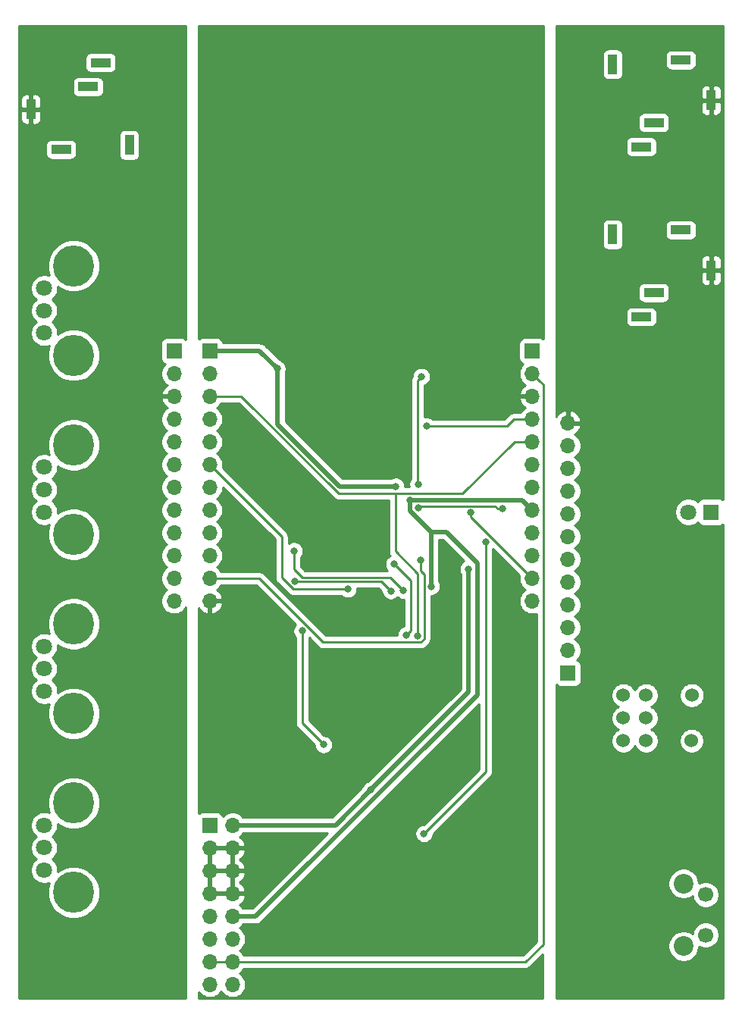
<source format=gbr>
G04 #@! TF.GenerationSoftware,KiCad,Pcbnew,(5.1.5)-3*
G04 #@! TF.CreationDate,2020-12-05T11:42:08-07:00*
G04 #@! TF.ProjectId,ADSR_Envelope,41445352-5f45-46e7-9665-6c6f70652e6b,rev?*
G04 #@! TF.SameCoordinates,Original*
G04 #@! TF.FileFunction,Copper,L2,Bot*
G04 #@! TF.FilePolarity,Positive*
%FSLAX46Y46*%
G04 Gerber Fmt 4.6, Leading zero omitted, Abs format (unit mm)*
G04 Created by KiCad (PCBNEW (5.1.5)-3) date 2020-12-05 11:42:08*
%MOMM*%
%LPD*%
G04 APERTURE LIST*
%ADD10C,2.200000*%
%ADD11C,1.700000*%
%ADD12R,1.700000X1.700000*%
%ADD13O,1.700000X1.700000*%
%ADD14C,1.800000*%
%ADD15R,1.800000X1.800000*%
%ADD16R,1.000000X2.200000*%
%ADD17R,2.200000X1.000000*%
%ADD18C,4.600000*%
%ADD19C,1.524000*%
%ADD20C,0.800000*%
%ADD21C,0.250000*%
%ADD22C,0.500000*%
%ADD23C,0.254000*%
G04 APERTURE END LIST*
D10*
X74900000Y-103500000D03*
X74900000Y-96500000D03*
D11*
X77400000Y-102250000D03*
X77400000Y-97750000D03*
D12*
X58000000Y-37000000D03*
D13*
X58000000Y-39540000D03*
X58000000Y-42080000D03*
X58000000Y-44620000D03*
X58000000Y-47160000D03*
X58000000Y-49700000D03*
X58000000Y-52240000D03*
X58000000Y-54780000D03*
X58000000Y-57320000D03*
X58000000Y-59860000D03*
X58000000Y-62400000D03*
X58000000Y-64940000D03*
D14*
X75460000Y-55000000D03*
D15*
X78000000Y-55000000D03*
D16*
X2000000Y-10000000D03*
D17*
X5400000Y-14500000D03*
D16*
X13000000Y-14000000D03*
D17*
X8400000Y-7500000D03*
X9800000Y-4800000D03*
D16*
X78000000Y-28000000D03*
D17*
X74600000Y-23500000D03*
D16*
X67000000Y-24000000D03*
D17*
X71600000Y-30500000D03*
X70200000Y-33200000D03*
D13*
X24540000Y-107780000D03*
X22000000Y-107780000D03*
X24540000Y-105240000D03*
X22000000Y-105240000D03*
X24540000Y-102700000D03*
X22000000Y-102700000D03*
X24540000Y-100160000D03*
X22000000Y-100160000D03*
X24540000Y-97620000D03*
X22000000Y-97620000D03*
X24540000Y-95080000D03*
X22000000Y-95080000D03*
X24540000Y-92540000D03*
X22000000Y-92540000D03*
X24540000Y-90000000D03*
D12*
X22000000Y-90000000D03*
D17*
X70200000Y-14200000D03*
X71600000Y-11500000D03*
D16*
X67000000Y-5000000D03*
D17*
X74600000Y-4500000D03*
D16*
X78000000Y-9000000D03*
D14*
X3500000Y-75000000D03*
X3500000Y-72500000D03*
X3500000Y-70000000D03*
D18*
X6800000Y-77500000D03*
X6800000Y-67500000D03*
X6800000Y-47500000D03*
X6800000Y-57500000D03*
D14*
X3500000Y-50000000D03*
X3500000Y-52500000D03*
X3500000Y-55000000D03*
D18*
X6800000Y-27500000D03*
X6800000Y-37500000D03*
D14*
X3500000Y-30000000D03*
X3500000Y-32500000D03*
X3500000Y-35000000D03*
X3500000Y-95000000D03*
X3500000Y-92500000D03*
X3500000Y-90000000D03*
D18*
X6800000Y-97500000D03*
X6800000Y-87500000D03*
D19*
X70730000Y-75460000D03*
X70730000Y-78000000D03*
X70730000Y-80540000D03*
X68190000Y-75460000D03*
X68190000Y-78000000D03*
X68190000Y-80540000D03*
X75810000Y-80540000D03*
X75840000Y-75460000D03*
D13*
X62000000Y-45060000D03*
X62000000Y-47600000D03*
X62000000Y-50140000D03*
X62000000Y-52680000D03*
X62000000Y-55220000D03*
X62000000Y-57760000D03*
X62000000Y-60300000D03*
X62000000Y-62840000D03*
X62000000Y-65380000D03*
X62000000Y-67920000D03*
X62000000Y-70460000D03*
D12*
X62000000Y-73000000D03*
X22000000Y-37000000D03*
D13*
X22000000Y-39540000D03*
X22000000Y-42080000D03*
X22000000Y-44620000D03*
X22000000Y-47160000D03*
X22000000Y-49700000D03*
X22000000Y-52240000D03*
X22000000Y-54780000D03*
X22000000Y-57320000D03*
X22000000Y-59860000D03*
X22000000Y-62400000D03*
X22000000Y-64940000D03*
X18000000Y-64940000D03*
X18000000Y-62400000D03*
X18000000Y-59860000D03*
X18000000Y-57320000D03*
X18000000Y-54780000D03*
X18000000Y-52240000D03*
X18000000Y-49700000D03*
X18000000Y-47160000D03*
X18000000Y-44620000D03*
X18000000Y-42080000D03*
X18000000Y-39540000D03*
D12*
X18000000Y-37000000D03*
D20*
X47345600Y-81991200D03*
X45618400Y-39878000D03*
X45262800Y-51866800D03*
X54711600Y-54610000D03*
X45262800Y-54508600D03*
X43383200Y-29972000D03*
X31597600Y-32156400D03*
X58470800Y-108712000D03*
X26568400Y-108508800D03*
X58470800Y-1270000D03*
X21488400Y-1270000D03*
X55880000Y-34442400D03*
X55829200Y-3352800D03*
X47345600Y-66040000D03*
X34086800Y-65328800D03*
X43180000Y-66548000D03*
X48869600Y-61671200D03*
X47396400Y-68732400D03*
X47396400Y-75488800D03*
X29921200Y-73761600D03*
X34848800Y-73710800D03*
X37185600Y-24485600D03*
X37490400Y-10210800D03*
X27736800Y-10160000D03*
X25146000Y-35102800D03*
X35864800Y-54305200D03*
X29514800Y-38963600D03*
X42773600Y-52120800D03*
X44399200Y-53658600D03*
X46736000Y-63296800D03*
X39979600Y-86055200D03*
X50901600Y-61366400D03*
X32308800Y-68275200D03*
X34696400Y-80975200D03*
X42570400Y-60807600D03*
X43942000Y-68732400D03*
X37439604Y-63601600D03*
X51155600Y-55067200D03*
X42214800Y-63804800D03*
X31496000Y-62738000D03*
X31394400Y-59334400D03*
X43637200Y-63754000D03*
X45212000Y-68834000D03*
X45516800Y-60401200D03*
X46228000Y-45415200D03*
X45923200Y-90932000D03*
X52836660Y-58313740D03*
X18796000Y-108839000D03*
X1143000Y-108902500D03*
X1206500Y-1143000D03*
X18796000Y-1270000D03*
X61341000Y-1270000D03*
X78867000Y-1270000D03*
X64356000Y-51435000D03*
X78707000Y-52832000D03*
X64356000Y-58166000D03*
X78834000Y-95123000D03*
X78834000Y-57658000D03*
X61562000Y-108712000D03*
X78707000Y-108839000D03*
D21*
X45218401Y-51822401D02*
X45262800Y-51866800D01*
X45618400Y-39878000D02*
X45218401Y-40277999D01*
X45218401Y-40277999D02*
X45218401Y-51822401D01*
X45429201Y-54342199D02*
X45262800Y-54508600D01*
X53878114Y-54342199D02*
X45429201Y-54342199D01*
X54711600Y-54610000D02*
X54145915Y-54610000D01*
X54145915Y-54610000D02*
X53878114Y-54342199D01*
D22*
X27551200Y-37000000D02*
X22000000Y-37000000D01*
X29514800Y-38963600D02*
X27551200Y-37000000D01*
X29514800Y-39529285D02*
X29565600Y-39580085D01*
X29514800Y-38963600D02*
X29514800Y-39529285D01*
X29565600Y-39580085D02*
X29565600Y-45212000D01*
X29565600Y-45212000D02*
X36474400Y-52120800D01*
X36474400Y-52120800D02*
X42773600Y-52120800D01*
X56878600Y-53658600D02*
X58000000Y-54780000D01*
X44399200Y-53658600D02*
X56878600Y-53658600D01*
X44399200Y-54903002D02*
X44399200Y-54224285D01*
X44399200Y-54224285D02*
X44399200Y-53658600D01*
X46736000Y-63296800D02*
X46736000Y-57239802D01*
X46736000Y-57239802D02*
X44399200Y-54903002D01*
X27132802Y-100160000D02*
X51866800Y-75426002D01*
X24540000Y-100160000D02*
X27132802Y-100160000D01*
X51866800Y-75426002D02*
X51866800Y-60706000D01*
X48400602Y-57239802D02*
X46736000Y-57239802D01*
X51866800Y-60706000D02*
X48400602Y-57239802D01*
X50901600Y-61932085D02*
X50901600Y-61366400D01*
X50901600Y-75133200D02*
X50901600Y-61932085D01*
X39979600Y-86055200D02*
X50901600Y-75133200D01*
X36034800Y-90000000D02*
X39979600Y-86055200D01*
X24540000Y-90000000D02*
X36034800Y-90000000D01*
D21*
X32308800Y-68275200D02*
X32308800Y-78587600D01*
X32308800Y-78587600D02*
X34696400Y-80975200D01*
X44341999Y-68332401D02*
X43942000Y-68732400D01*
X44450000Y-68224400D02*
X44341999Y-68332401D01*
X42570400Y-60807600D02*
X44450000Y-62687200D01*
X44450000Y-62687200D02*
X44450000Y-68224400D01*
X36873919Y-63601600D02*
X37439604Y-63601600D01*
X30022800Y-57722800D02*
X30022800Y-62337802D01*
X22000000Y-49700000D02*
X30022800Y-57722800D01*
X31286598Y-63601600D02*
X36873919Y-63601600D01*
X30022800Y-62337802D02*
X31286598Y-63601600D01*
X58000000Y-62400000D02*
X51155600Y-55555600D01*
X51155600Y-55555600D02*
X51155600Y-55067200D01*
X42214800Y-63804800D02*
X41148000Y-62738000D01*
X41148000Y-62738000D02*
X31496000Y-62738000D01*
X32308800Y-62280800D02*
X42164000Y-62280800D01*
X31394400Y-59334400D02*
X31394400Y-61366400D01*
X42164000Y-62280800D02*
X43637200Y-63754000D01*
X31394400Y-61366400D02*
X32308800Y-62280800D01*
X23202081Y-105240000D02*
X24540000Y-105240000D01*
X22000000Y-105240000D02*
X23202081Y-105240000D01*
X58849999Y-40389999D02*
X58000000Y-39540000D01*
X59232800Y-40772800D02*
X58849999Y-40389999D01*
X59232800Y-103276400D02*
X59232800Y-40772800D01*
X24540000Y-105240000D02*
X57269200Y-105240000D01*
X57269200Y-105240000D02*
X59232800Y-103276400D01*
X57982400Y-47142400D02*
X56032400Y-47142400D01*
X56032400Y-47142400D02*
X50241200Y-52933600D01*
X58000000Y-47160000D02*
X57982400Y-47142400D01*
X25519200Y-42080000D02*
X22000000Y-42080000D01*
X36372800Y-52933600D02*
X25519200Y-42080000D01*
X45212000Y-68834000D02*
X45212000Y-61874400D01*
X42722800Y-59385200D02*
X42722800Y-52933600D01*
X45212000Y-61874400D02*
X42722800Y-59385200D01*
X50241200Y-52933600D02*
X42722800Y-52933600D01*
X42722800Y-52933600D02*
X36372800Y-52933600D01*
X23202081Y-62400000D02*
X22000000Y-62400000D01*
X27506602Y-62400000D02*
X23202081Y-62400000D01*
X34665603Y-69559001D02*
X27506602Y-62400000D01*
X45560001Y-69559001D02*
X34665603Y-69559001D01*
X45937001Y-69182001D02*
X45560001Y-69559001D01*
X45937001Y-61962991D02*
X45937001Y-69182001D01*
X45516800Y-61542790D02*
X45937001Y-61962991D01*
X45516800Y-60401200D02*
X45516800Y-61542790D01*
X55964000Y-44620000D02*
X58000000Y-44620000D01*
X46228000Y-45415200D02*
X55168800Y-45415200D01*
X55168800Y-45415200D02*
X55964000Y-44620000D01*
X45923200Y-90932000D02*
X52836660Y-84018540D01*
X52836660Y-84018540D02*
X52836660Y-58313740D01*
D23*
G36*
X19304000Y-35702245D02*
G01*
X19301185Y-35698815D01*
X19204494Y-35619463D01*
X19094180Y-35560498D01*
X18974482Y-35524188D01*
X18850000Y-35511928D01*
X17150000Y-35511928D01*
X17025518Y-35524188D01*
X16905820Y-35560498D01*
X16795506Y-35619463D01*
X16698815Y-35698815D01*
X16619463Y-35795506D01*
X16560498Y-35905820D01*
X16524188Y-36025518D01*
X16511928Y-36150000D01*
X16511928Y-37850000D01*
X16524188Y-37974482D01*
X16560498Y-38094180D01*
X16619463Y-38204494D01*
X16698815Y-38301185D01*
X16795506Y-38380537D01*
X16905820Y-38439502D01*
X16978380Y-38461513D01*
X16846525Y-38593368D01*
X16684010Y-38836589D01*
X16572068Y-39106842D01*
X16515000Y-39393740D01*
X16515000Y-39686260D01*
X16572068Y-39973158D01*
X16684010Y-40243411D01*
X16846525Y-40486632D01*
X17053368Y-40693475D01*
X17235534Y-40815195D01*
X17118645Y-40884822D01*
X16902412Y-41079731D01*
X16728359Y-41313080D01*
X16603175Y-41575901D01*
X16558524Y-41723110D01*
X16679845Y-41953000D01*
X17873000Y-41953000D01*
X17873000Y-41933000D01*
X18127000Y-41933000D01*
X18127000Y-41953000D01*
X18147000Y-41953000D01*
X18147000Y-42207000D01*
X18127000Y-42207000D01*
X18127000Y-42227000D01*
X17873000Y-42227000D01*
X17873000Y-42207000D01*
X16679845Y-42207000D01*
X16558524Y-42436890D01*
X16603175Y-42584099D01*
X16728359Y-42846920D01*
X16902412Y-43080269D01*
X17118645Y-43275178D01*
X17235534Y-43344805D01*
X17053368Y-43466525D01*
X16846525Y-43673368D01*
X16684010Y-43916589D01*
X16572068Y-44186842D01*
X16515000Y-44473740D01*
X16515000Y-44766260D01*
X16572068Y-45053158D01*
X16684010Y-45323411D01*
X16846525Y-45566632D01*
X17053368Y-45773475D01*
X17227760Y-45890000D01*
X17053368Y-46006525D01*
X16846525Y-46213368D01*
X16684010Y-46456589D01*
X16572068Y-46726842D01*
X16515000Y-47013740D01*
X16515000Y-47306260D01*
X16572068Y-47593158D01*
X16684010Y-47863411D01*
X16846525Y-48106632D01*
X17053368Y-48313475D01*
X17227760Y-48430000D01*
X17053368Y-48546525D01*
X16846525Y-48753368D01*
X16684010Y-48996589D01*
X16572068Y-49266842D01*
X16515000Y-49553740D01*
X16515000Y-49846260D01*
X16572068Y-50133158D01*
X16684010Y-50403411D01*
X16846525Y-50646632D01*
X17053368Y-50853475D01*
X17227760Y-50970000D01*
X17053368Y-51086525D01*
X16846525Y-51293368D01*
X16684010Y-51536589D01*
X16572068Y-51806842D01*
X16515000Y-52093740D01*
X16515000Y-52386260D01*
X16572068Y-52673158D01*
X16684010Y-52943411D01*
X16846525Y-53186632D01*
X17053368Y-53393475D01*
X17227760Y-53510000D01*
X17053368Y-53626525D01*
X16846525Y-53833368D01*
X16684010Y-54076589D01*
X16572068Y-54346842D01*
X16515000Y-54633740D01*
X16515000Y-54926260D01*
X16572068Y-55213158D01*
X16684010Y-55483411D01*
X16846525Y-55726632D01*
X17053368Y-55933475D01*
X17227760Y-56050000D01*
X17053368Y-56166525D01*
X16846525Y-56373368D01*
X16684010Y-56616589D01*
X16572068Y-56886842D01*
X16515000Y-57173740D01*
X16515000Y-57466260D01*
X16572068Y-57753158D01*
X16684010Y-58023411D01*
X16846525Y-58266632D01*
X17053368Y-58473475D01*
X17227760Y-58590000D01*
X17053368Y-58706525D01*
X16846525Y-58913368D01*
X16684010Y-59156589D01*
X16572068Y-59426842D01*
X16515000Y-59713740D01*
X16515000Y-60006260D01*
X16572068Y-60293158D01*
X16684010Y-60563411D01*
X16846525Y-60806632D01*
X17053368Y-61013475D01*
X17227760Y-61130000D01*
X17053368Y-61246525D01*
X16846525Y-61453368D01*
X16684010Y-61696589D01*
X16572068Y-61966842D01*
X16515000Y-62253740D01*
X16515000Y-62546260D01*
X16572068Y-62833158D01*
X16684010Y-63103411D01*
X16846525Y-63346632D01*
X17053368Y-63553475D01*
X17227760Y-63670000D01*
X17053368Y-63786525D01*
X16846525Y-63993368D01*
X16684010Y-64236589D01*
X16572068Y-64506842D01*
X16515000Y-64793740D01*
X16515000Y-65086260D01*
X16572068Y-65373158D01*
X16684010Y-65643411D01*
X16846525Y-65886632D01*
X17053368Y-66093475D01*
X17296589Y-66255990D01*
X17566842Y-66367932D01*
X17853740Y-66425000D01*
X18146260Y-66425000D01*
X18433158Y-66367932D01*
X18703411Y-66255990D01*
X18946632Y-66093475D01*
X19153475Y-65886632D01*
X19304000Y-65661355D01*
X19304000Y-109340000D01*
X660000Y-109340000D01*
X660000Y-89848816D01*
X1965000Y-89848816D01*
X1965000Y-90151184D01*
X2023989Y-90447743D01*
X2139701Y-90727095D01*
X2307688Y-90978505D01*
X2521495Y-91192312D01*
X2607831Y-91250000D01*
X2521495Y-91307688D01*
X2307688Y-91521495D01*
X2139701Y-91772905D01*
X2023989Y-92052257D01*
X1965000Y-92348816D01*
X1965000Y-92651184D01*
X2023989Y-92947743D01*
X2139701Y-93227095D01*
X2307688Y-93478505D01*
X2521495Y-93692312D01*
X2607831Y-93750000D01*
X2521495Y-93807688D01*
X2307688Y-94021495D01*
X2139701Y-94272905D01*
X2023989Y-94552257D01*
X1965000Y-94848816D01*
X1965000Y-95151184D01*
X2023989Y-95447743D01*
X2139701Y-95727095D01*
X2307688Y-95978505D01*
X2521495Y-96192312D01*
X2772905Y-96360299D01*
X3052257Y-96476011D01*
X3348816Y-96535000D01*
X3651184Y-96535000D01*
X3947743Y-96476011D01*
X4067955Y-96426217D01*
X3977791Y-96643892D01*
X3865000Y-97210928D01*
X3865000Y-97789072D01*
X3977791Y-98356108D01*
X4199037Y-98890244D01*
X4520237Y-99370953D01*
X4929047Y-99779763D01*
X5409756Y-100100963D01*
X5943892Y-100322209D01*
X6510928Y-100435000D01*
X7089072Y-100435000D01*
X7656108Y-100322209D01*
X8190244Y-100100963D01*
X8670953Y-99779763D01*
X9079763Y-99370953D01*
X9400963Y-98890244D01*
X9622209Y-98356108D01*
X9735000Y-97789072D01*
X9735000Y-97210928D01*
X9622209Y-96643892D01*
X9400963Y-96109756D01*
X9079763Y-95629047D01*
X8670953Y-95220237D01*
X8190244Y-94899037D01*
X7656108Y-94677791D01*
X7089072Y-94565000D01*
X6510928Y-94565000D01*
X5943892Y-94677791D01*
X5409756Y-94899037D01*
X5035000Y-95149441D01*
X5035000Y-94848816D01*
X4976011Y-94552257D01*
X4860299Y-94272905D01*
X4692312Y-94021495D01*
X4478505Y-93807688D01*
X4392169Y-93750000D01*
X4478505Y-93692312D01*
X4692312Y-93478505D01*
X4860299Y-93227095D01*
X4976011Y-92947743D01*
X5035000Y-92651184D01*
X5035000Y-92348816D01*
X4976011Y-92052257D01*
X4860299Y-91772905D01*
X4692312Y-91521495D01*
X4478505Y-91307688D01*
X4392169Y-91250000D01*
X4478505Y-91192312D01*
X4692312Y-90978505D01*
X4860299Y-90727095D01*
X4976011Y-90447743D01*
X5035000Y-90151184D01*
X5035000Y-89850559D01*
X5409756Y-90100963D01*
X5943892Y-90322209D01*
X6510928Y-90435000D01*
X7089072Y-90435000D01*
X7656108Y-90322209D01*
X8190244Y-90100963D01*
X8670953Y-89779763D01*
X9079763Y-89370953D01*
X9400963Y-88890244D01*
X9622209Y-88356108D01*
X9735000Y-87789072D01*
X9735000Y-87210928D01*
X9622209Y-86643892D01*
X9400963Y-86109756D01*
X9079763Y-85629047D01*
X8670953Y-85220237D01*
X8190244Y-84899037D01*
X7656108Y-84677791D01*
X7089072Y-84565000D01*
X6510928Y-84565000D01*
X5943892Y-84677791D01*
X5409756Y-84899037D01*
X4929047Y-85220237D01*
X4520237Y-85629047D01*
X4199037Y-86109756D01*
X3977791Y-86643892D01*
X3865000Y-87210928D01*
X3865000Y-87789072D01*
X3977791Y-88356108D01*
X4067955Y-88573783D01*
X3947743Y-88523989D01*
X3651184Y-88465000D01*
X3348816Y-88465000D01*
X3052257Y-88523989D01*
X2772905Y-88639701D01*
X2521495Y-88807688D01*
X2307688Y-89021495D01*
X2139701Y-89272905D01*
X2023989Y-89552257D01*
X1965000Y-89848816D01*
X660000Y-89848816D01*
X660000Y-69848816D01*
X1965000Y-69848816D01*
X1965000Y-70151184D01*
X2023989Y-70447743D01*
X2139701Y-70727095D01*
X2307688Y-70978505D01*
X2521495Y-71192312D01*
X2607831Y-71250000D01*
X2521495Y-71307688D01*
X2307688Y-71521495D01*
X2139701Y-71772905D01*
X2023989Y-72052257D01*
X1965000Y-72348816D01*
X1965000Y-72651184D01*
X2023989Y-72947743D01*
X2139701Y-73227095D01*
X2307688Y-73478505D01*
X2521495Y-73692312D01*
X2607831Y-73750000D01*
X2521495Y-73807688D01*
X2307688Y-74021495D01*
X2139701Y-74272905D01*
X2023989Y-74552257D01*
X1965000Y-74848816D01*
X1965000Y-75151184D01*
X2023989Y-75447743D01*
X2139701Y-75727095D01*
X2307688Y-75978505D01*
X2521495Y-76192312D01*
X2772905Y-76360299D01*
X3052257Y-76476011D01*
X3348816Y-76535000D01*
X3651184Y-76535000D01*
X3947743Y-76476011D01*
X4067955Y-76426217D01*
X3977791Y-76643892D01*
X3865000Y-77210928D01*
X3865000Y-77789072D01*
X3977791Y-78356108D01*
X4199037Y-78890244D01*
X4520237Y-79370953D01*
X4929047Y-79779763D01*
X5409756Y-80100963D01*
X5943892Y-80322209D01*
X6510928Y-80435000D01*
X7089072Y-80435000D01*
X7656108Y-80322209D01*
X8190244Y-80100963D01*
X8670953Y-79779763D01*
X9079763Y-79370953D01*
X9400963Y-78890244D01*
X9622209Y-78356108D01*
X9735000Y-77789072D01*
X9735000Y-77210928D01*
X9622209Y-76643892D01*
X9400963Y-76109756D01*
X9079763Y-75629047D01*
X8670953Y-75220237D01*
X8190244Y-74899037D01*
X7656108Y-74677791D01*
X7089072Y-74565000D01*
X6510928Y-74565000D01*
X5943892Y-74677791D01*
X5409756Y-74899037D01*
X5035000Y-75149441D01*
X5035000Y-74848816D01*
X4976011Y-74552257D01*
X4860299Y-74272905D01*
X4692312Y-74021495D01*
X4478505Y-73807688D01*
X4392169Y-73750000D01*
X4478505Y-73692312D01*
X4692312Y-73478505D01*
X4860299Y-73227095D01*
X4976011Y-72947743D01*
X5035000Y-72651184D01*
X5035000Y-72348816D01*
X4976011Y-72052257D01*
X4860299Y-71772905D01*
X4692312Y-71521495D01*
X4478505Y-71307688D01*
X4392169Y-71250000D01*
X4478505Y-71192312D01*
X4692312Y-70978505D01*
X4860299Y-70727095D01*
X4976011Y-70447743D01*
X5035000Y-70151184D01*
X5035000Y-69850559D01*
X5409756Y-70100963D01*
X5943892Y-70322209D01*
X6510928Y-70435000D01*
X7089072Y-70435000D01*
X7656108Y-70322209D01*
X8190244Y-70100963D01*
X8670953Y-69779763D01*
X9079763Y-69370953D01*
X9400963Y-68890244D01*
X9622209Y-68356108D01*
X9735000Y-67789072D01*
X9735000Y-67210928D01*
X9622209Y-66643892D01*
X9400963Y-66109756D01*
X9079763Y-65629047D01*
X8670953Y-65220237D01*
X8190244Y-64899037D01*
X7656108Y-64677791D01*
X7089072Y-64565000D01*
X6510928Y-64565000D01*
X5943892Y-64677791D01*
X5409756Y-64899037D01*
X4929047Y-65220237D01*
X4520237Y-65629047D01*
X4199037Y-66109756D01*
X3977791Y-66643892D01*
X3865000Y-67210928D01*
X3865000Y-67789072D01*
X3977791Y-68356108D01*
X4067955Y-68573783D01*
X3947743Y-68523989D01*
X3651184Y-68465000D01*
X3348816Y-68465000D01*
X3052257Y-68523989D01*
X2772905Y-68639701D01*
X2521495Y-68807688D01*
X2307688Y-69021495D01*
X2139701Y-69272905D01*
X2023989Y-69552257D01*
X1965000Y-69848816D01*
X660000Y-69848816D01*
X660000Y-49848816D01*
X1965000Y-49848816D01*
X1965000Y-50151184D01*
X2023989Y-50447743D01*
X2139701Y-50727095D01*
X2307688Y-50978505D01*
X2521495Y-51192312D01*
X2607831Y-51250000D01*
X2521495Y-51307688D01*
X2307688Y-51521495D01*
X2139701Y-51772905D01*
X2023989Y-52052257D01*
X1965000Y-52348816D01*
X1965000Y-52651184D01*
X2023989Y-52947743D01*
X2139701Y-53227095D01*
X2307688Y-53478505D01*
X2521495Y-53692312D01*
X2607831Y-53750000D01*
X2521495Y-53807688D01*
X2307688Y-54021495D01*
X2139701Y-54272905D01*
X2023989Y-54552257D01*
X1965000Y-54848816D01*
X1965000Y-55151184D01*
X2023989Y-55447743D01*
X2139701Y-55727095D01*
X2307688Y-55978505D01*
X2521495Y-56192312D01*
X2772905Y-56360299D01*
X3052257Y-56476011D01*
X3348816Y-56535000D01*
X3651184Y-56535000D01*
X3947743Y-56476011D01*
X4067955Y-56426217D01*
X3977791Y-56643892D01*
X3865000Y-57210928D01*
X3865000Y-57789072D01*
X3977791Y-58356108D01*
X4199037Y-58890244D01*
X4520237Y-59370953D01*
X4929047Y-59779763D01*
X5409756Y-60100963D01*
X5943892Y-60322209D01*
X6510928Y-60435000D01*
X7089072Y-60435000D01*
X7656108Y-60322209D01*
X8190244Y-60100963D01*
X8670953Y-59779763D01*
X9079763Y-59370953D01*
X9400963Y-58890244D01*
X9622209Y-58356108D01*
X9735000Y-57789072D01*
X9735000Y-57210928D01*
X9622209Y-56643892D01*
X9400963Y-56109756D01*
X9079763Y-55629047D01*
X8670953Y-55220237D01*
X8190244Y-54899037D01*
X7656108Y-54677791D01*
X7089072Y-54565000D01*
X6510928Y-54565000D01*
X5943892Y-54677791D01*
X5409756Y-54899037D01*
X5035000Y-55149441D01*
X5035000Y-54848816D01*
X4976011Y-54552257D01*
X4860299Y-54272905D01*
X4692312Y-54021495D01*
X4478505Y-53807688D01*
X4392169Y-53750000D01*
X4478505Y-53692312D01*
X4692312Y-53478505D01*
X4860299Y-53227095D01*
X4976011Y-52947743D01*
X5035000Y-52651184D01*
X5035000Y-52348816D01*
X4976011Y-52052257D01*
X4860299Y-51772905D01*
X4692312Y-51521495D01*
X4478505Y-51307688D01*
X4392169Y-51250000D01*
X4478505Y-51192312D01*
X4692312Y-50978505D01*
X4860299Y-50727095D01*
X4976011Y-50447743D01*
X5035000Y-50151184D01*
X5035000Y-49850559D01*
X5409756Y-50100963D01*
X5943892Y-50322209D01*
X6510928Y-50435000D01*
X7089072Y-50435000D01*
X7656108Y-50322209D01*
X8190244Y-50100963D01*
X8670953Y-49779763D01*
X9079763Y-49370953D01*
X9400963Y-48890244D01*
X9622209Y-48356108D01*
X9735000Y-47789072D01*
X9735000Y-47210928D01*
X9622209Y-46643892D01*
X9400963Y-46109756D01*
X9079763Y-45629047D01*
X8670953Y-45220237D01*
X8190244Y-44899037D01*
X7656108Y-44677791D01*
X7089072Y-44565000D01*
X6510928Y-44565000D01*
X5943892Y-44677791D01*
X5409756Y-44899037D01*
X4929047Y-45220237D01*
X4520237Y-45629047D01*
X4199037Y-46109756D01*
X3977791Y-46643892D01*
X3865000Y-47210928D01*
X3865000Y-47789072D01*
X3977791Y-48356108D01*
X4067955Y-48573783D01*
X3947743Y-48523989D01*
X3651184Y-48465000D01*
X3348816Y-48465000D01*
X3052257Y-48523989D01*
X2772905Y-48639701D01*
X2521495Y-48807688D01*
X2307688Y-49021495D01*
X2139701Y-49272905D01*
X2023989Y-49552257D01*
X1965000Y-49848816D01*
X660000Y-49848816D01*
X660000Y-29848816D01*
X1965000Y-29848816D01*
X1965000Y-30151184D01*
X2023989Y-30447743D01*
X2139701Y-30727095D01*
X2307688Y-30978505D01*
X2521495Y-31192312D01*
X2607831Y-31250000D01*
X2521495Y-31307688D01*
X2307688Y-31521495D01*
X2139701Y-31772905D01*
X2023989Y-32052257D01*
X1965000Y-32348816D01*
X1965000Y-32651184D01*
X2023989Y-32947743D01*
X2139701Y-33227095D01*
X2307688Y-33478505D01*
X2521495Y-33692312D01*
X2607831Y-33750000D01*
X2521495Y-33807688D01*
X2307688Y-34021495D01*
X2139701Y-34272905D01*
X2023989Y-34552257D01*
X1965000Y-34848816D01*
X1965000Y-35151184D01*
X2023989Y-35447743D01*
X2139701Y-35727095D01*
X2307688Y-35978505D01*
X2521495Y-36192312D01*
X2772905Y-36360299D01*
X3052257Y-36476011D01*
X3348816Y-36535000D01*
X3651184Y-36535000D01*
X3947743Y-36476011D01*
X4067955Y-36426217D01*
X3977791Y-36643892D01*
X3865000Y-37210928D01*
X3865000Y-37789072D01*
X3977791Y-38356108D01*
X4199037Y-38890244D01*
X4520237Y-39370953D01*
X4929047Y-39779763D01*
X5409756Y-40100963D01*
X5943892Y-40322209D01*
X6510928Y-40435000D01*
X7089072Y-40435000D01*
X7656108Y-40322209D01*
X8190244Y-40100963D01*
X8670953Y-39779763D01*
X9079763Y-39370953D01*
X9400963Y-38890244D01*
X9622209Y-38356108D01*
X9735000Y-37789072D01*
X9735000Y-37210928D01*
X9622209Y-36643892D01*
X9400963Y-36109756D01*
X9079763Y-35629047D01*
X8670953Y-35220237D01*
X8190244Y-34899037D01*
X7656108Y-34677791D01*
X7089072Y-34565000D01*
X6510928Y-34565000D01*
X5943892Y-34677791D01*
X5409756Y-34899037D01*
X5035000Y-35149441D01*
X5035000Y-34848816D01*
X4976011Y-34552257D01*
X4860299Y-34272905D01*
X4692312Y-34021495D01*
X4478505Y-33807688D01*
X4392169Y-33750000D01*
X4478505Y-33692312D01*
X4692312Y-33478505D01*
X4860299Y-33227095D01*
X4976011Y-32947743D01*
X5035000Y-32651184D01*
X5035000Y-32348816D01*
X4976011Y-32052257D01*
X4860299Y-31772905D01*
X4692312Y-31521495D01*
X4478505Y-31307688D01*
X4392169Y-31250000D01*
X4478505Y-31192312D01*
X4692312Y-30978505D01*
X4860299Y-30727095D01*
X4976011Y-30447743D01*
X5035000Y-30151184D01*
X5035000Y-29850559D01*
X5409756Y-30100963D01*
X5943892Y-30322209D01*
X6510928Y-30435000D01*
X7089072Y-30435000D01*
X7656108Y-30322209D01*
X8190244Y-30100963D01*
X8670953Y-29779763D01*
X9079763Y-29370953D01*
X9400963Y-28890244D01*
X9622209Y-28356108D01*
X9735000Y-27789072D01*
X9735000Y-27210928D01*
X9622209Y-26643892D01*
X9400963Y-26109756D01*
X9079763Y-25629047D01*
X8670953Y-25220237D01*
X8190244Y-24899037D01*
X7656108Y-24677791D01*
X7089072Y-24565000D01*
X6510928Y-24565000D01*
X5943892Y-24677791D01*
X5409756Y-24899037D01*
X4929047Y-25220237D01*
X4520237Y-25629047D01*
X4199037Y-26109756D01*
X3977791Y-26643892D01*
X3865000Y-27210928D01*
X3865000Y-27789072D01*
X3977791Y-28356108D01*
X4067955Y-28573783D01*
X3947743Y-28523989D01*
X3651184Y-28465000D01*
X3348816Y-28465000D01*
X3052257Y-28523989D01*
X2772905Y-28639701D01*
X2521495Y-28807688D01*
X2307688Y-29021495D01*
X2139701Y-29272905D01*
X2023989Y-29552257D01*
X1965000Y-29848816D01*
X660000Y-29848816D01*
X660000Y-14000000D01*
X3661928Y-14000000D01*
X3661928Y-15000000D01*
X3674188Y-15124482D01*
X3710498Y-15244180D01*
X3769463Y-15354494D01*
X3848815Y-15451185D01*
X3945506Y-15530537D01*
X4055820Y-15589502D01*
X4175518Y-15625812D01*
X4300000Y-15638072D01*
X6500000Y-15638072D01*
X6624482Y-15625812D01*
X6744180Y-15589502D01*
X6854494Y-15530537D01*
X6951185Y-15451185D01*
X7030537Y-15354494D01*
X7089502Y-15244180D01*
X7125812Y-15124482D01*
X7138072Y-15000000D01*
X7138072Y-14000000D01*
X7125812Y-13875518D01*
X7089502Y-13755820D01*
X7030537Y-13645506D01*
X6951185Y-13548815D01*
X6854494Y-13469463D01*
X6744180Y-13410498D01*
X6624482Y-13374188D01*
X6500000Y-13361928D01*
X4300000Y-13361928D01*
X4175518Y-13374188D01*
X4055820Y-13410498D01*
X3945506Y-13469463D01*
X3848815Y-13548815D01*
X3769463Y-13645506D01*
X3710498Y-13755820D01*
X3674188Y-13875518D01*
X3661928Y-14000000D01*
X660000Y-14000000D01*
X660000Y-12900000D01*
X11861928Y-12900000D01*
X11861928Y-15100000D01*
X11874188Y-15224482D01*
X11910498Y-15344180D01*
X11969463Y-15454494D01*
X12048815Y-15551185D01*
X12145506Y-15630537D01*
X12255820Y-15689502D01*
X12375518Y-15725812D01*
X12500000Y-15738072D01*
X13500000Y-15738072D01*
X13624482Y-15725812D01*
X13744180Y-15689502D01*
X13854494Y-15630537D01*
X13951185Y-15551185D01*
X14030537Y-15454494D01*
X14089502Y-15344180D01*
X14125812Y-15224482D01*
X14138072Y-15100000D01*
X14138072Y-12900000D01*
X14125812Y-12775518D01*
X14089502Y-12655820D01*
X14030537Y-12545506D01*
X13951185Y-12448815D01*
X13854494Y-12369463D01*
X13744180Y-12310498D01*
X13624482Y-12274188D01*
X13500000Y-12261928D01*
X12500000Y-12261928D01*
X12375518Y-12274188D01*
X12255820Y-12310498D01*
X12145506Y-12369463D01*
X12048815Y-12448815D01*
X11969463Y-12545506D01*
X11910498Y-12655820D01*
X11874188Y-12775518D01*
X11861928Y-12900000D01*
X660000Y-12900000D01*
X660000Y-11100000D01*
X861928Y-11100000D01*
X874188Y-11224482D01*
X910498Y-11344180D01*
X969463Y-11454494D01*
X1048815Y-11551185D01*
X1145506Y-11630537D01*
X1255820Y-11689502D01*
X1375518Y-11725812D01*
X1500000Y-11738072D01*
X1714250Y-11735000D01*
X1873000Y-11576250D01*
X1873000Y-10127000D01*
X2127000Y-10127000D01*
X2127000Y-11576250D01*
X2285750Y-11735000D01*
X2500000Y-11738072D01*
X2624482Y-11725812D01*
X2744180Y-11689502D01*
X2854494Y-11630537D01*
X2951185Y-11551185D01*
X3030537Y-11454494D01*
X3089502Y-11344180D01*
X3125812Y-11224482D01*
X3138072Y-11100000D01*
X3135000Y-10285750D01*
X2976250Y-10127000D01*
X2127000Y-10127000D01*
X1873000Y-10127000D01*
X1023750Y-10127000D01*
X865000Y-10285750D01*
X861928Y-11100000D01*
X660000Y-11100000D01*
X660000Y-8900000D01*
X861928Y-8900000D01*
X865000Y-9714250D01*
X1023750Y-9873000D01*
X1873000Y-9873000D01*
X1873000Y-8423750D01*
X2127000Y-8423750D01*
X2127000Y-9873000D01*
X2976250Y-9873000D01*
X3135000Y-9714250D01*
X3138072Y-8900000D01*
X3125812Y-8775518D01*
X3089502Y-8655820D01*
X3030537Y-8545506D01*
X2951185Y-8448815D01*
X2854494Y-8369463D01*
X2744180Y-8310498D01*
X2624482Y-8274188D01*
X2500000Y-8261928D01*
X2285750Y-8265000D01*
X2127000Y-8423750D01*
X1873000Y-8423750D01*
X1714250Y-8265000D01*
X1500000Y-8261928D01*
X1375518Y-8274188D01*
X1255820Y-8310498D01*
X1145506Y-8369463D01*
X1048815Y-8448815D01*
X969463Y-8545506D01*
X910498Y-8655820D01*
X874188Y-8775518D01*
X861928Y-8900000D01*
X660000Y-8900000D01*
X660000Y-7000000D01*
X6661928Y-7000000D01*
X6661928Y-8000000D01*
X6674188Y-8124482D01*
X6710498Y-8244180D01*
X6769463Y-8354494D01*
X6848815Y-8451185D01*
X6945506Y-8530537D01*
X7055820Y-8589502D01*
X7175518Y-8625812D01*
X7300000Y-8638072D01*
X9500000Y-8638072D01*
X9624482Y-8625812D01*
X9744180Y-8589502D01*
X9854494Y-8530537D01*
X9951185Y-8451185D01*
X10030537Y-8354494D01*
X10089502Y-8244180D01*
X10125812Y-8124482D01*
X10138072Y-8000000D01*
X10138072Y-7000000D01*
X10125812Y-6875518D01*
X10089502Y-6755820D01*
X10030537Y-6645506D01*
X9951185Y-6548815D01*
X9854494Y-6469463D01*
X9744180Y-6410498D01*
X9624482Y-6374188D01*
X9500000Y-6361928D01*
X7300000Y-6361928D01*
X7175518Y-6374188D01*
X7055820Y-6410498D01*
X6945506Y-6469463D01*
X6848815Y-6548815D01*
X6769463Y-6645506D01*
X6710498Y-6755820D01*
X6674188Y-6875518D01*
X6661928Y-7000000D01*
X660000Y-7000000D01*
X660000Y-4300000D01*
X8061928Y-4300000D01*
X8061928Y-5300000D01*
X8074188Y-5424482D01*
X8110498Y-5544180D01*
X8169463Y-5654494D01*
X8248815Y-5751185D01*
X8345506Y-5830537D01*
X8455820Y-5889502D01*
X8575518Y-5925812D01*
X8700000Y-5938072D01*
X10900000Y-5938072D01*
X11024482Y-5925812D01*
X11144180Y-5889502D01*
X11254494Y-5830537D01*
X11351185Y-5751185D01*
X11430537Y-5654494D01*
X11489502Y-5544180D01*
X11525812Y-5424482D01*
X11538072Y-5300000D01*
X11538072Y-4300000D01*
X11525812Y-4175518D01*
X11489502Y-4055820D01*
X11430537Y-3945506D01*
X11351185Y-3848815D01*
X11254494Y-3769463D01*
X11144180Y-3710498D01*
X11024482Y-3674188D01*
X10900000Y-3661928D01*
X8700000Y-3661928D01*
X8575518Y-3674188D01*
X8455820Y-3710498D01*
X8345506Y-3769463D01*
X8248815Y-3848815D01*
X8169463Y-3945506D01*
X8110498Y-4055820D01*
X8074188Y-4175518D01*
X8061928Y-4300000D01*
X660000Y-4300000D01*
X660000Y-660000D01*
X19304000Y-660000D01*
X19304000Y-35702245D01*
G37*
X19304000Y-35702245D02*
X19301185Y-35698815D01*
X19204494Y-35619463D01*
X19094180Y-35560498D01*
X18974482Y-35524188D01*
X18850000Y-35511928D01*
X17150000Y-35511928D01*
X17025518Y-35524188D01*
X16905820Y-35560498D01*
X16795506Y-35619463D01*
X16698815Y-35698815D01*
X16619463Y-35795506D01*
X16560498Y-35905820D01*
X16524188Y-36025518D01*
X16511928Y-36150000D01*
X16511928Y-37850000D01*
X16524188Y-37974482D01*
X16560498Y-38094180D01*
X16619463Y-38204494D01*
X16698815Y-38301185D01*
X16795506Y-38380537D01*
X16905820Y-38439502D01*
X16978380Y-38461513D01*
X16846525Y-38593368D01*
X16684010Y-38836589D01*
X16572068Y-39106842D01*
X16515000Y-39393740D01*
X16515000Y-39686260D01*
X16572068Y-39973158D01*
X16684010Y-40243411D01*
X16846525Y-40486632D01*
X17053368Y-40693475D01*
X17235534Y-40815195D01*
X17118645Y-40884822D01*
X16902412Y-41079731D01*
X16728359Y-41313080D01*
X16603175Y-41575901D01*
X16558524Y-41723110D01*
X16679845Y-41953000D01*
X17873000Y-41953000D01*
X17873000Y-41933000D01*
X18127000Y-41933000D01*
X18127000Y-41953000D01*
X18147000Y-41953000D01*
X18147000Y-42207000D01*
X18127000Y-42207000D01*
X18127000Y-42227000D01*
X17873000Y-42227000D01*
X17873000Y-42207000D01*
X16679845Y-42207000D01*
X16558524Y-42436890D01*
X16603175Y-42584099D01*
X16728359Y-42846920D01*
X16902412Y-43080269D01*
X17118645Y-43275178D01*
X17235534Y-43344805D01*
X17053368Y-43466525D01*
X16846525Y-43673368D01*
X16684010Y-43916589D01*
X16572068Y-44186842D01*
X16515000Y-44473740D01*
X16515000Y-44766260D01*
X16572068Y-45053158D01*
X16684010Y-45323411D01*
X16846525Y-45566632D01*
X17053368Y-45773475D01*
X17227760Y-45890000D01*
X17053368Y-46006525D01*
X16846525Y-46213368D01*
X16684010Y-46456589D01*
X16572068Y-46726842D01*
X16515000Y-47013740D01*
X16515000Y-47306260D01*
X16572068Y-47593158D01*
X16684010Y-47863411D01*
X16846525Y-48106632D01*
X17053368Y-48313475D01*
X17227760Y-48430000D01*
X17053368Y-48546525D01*
X16846525Y-48753368D01*
X16684010Y-48996589D01*
X16572068Y-49266842D01*
X16515000Y-49553740D01*
X16515000Y-49846260D01*
X16572068Y-50133158D01*
X16684010Y-50403411D01*
X16846525Y-50646632D01*
X17053368Y-50853475D01*
X17227760Y-50970000D01*
X17053368Y-51086525D01*
X16846525Y-51293368D01*
X16684010Y-51536589D01*
X16572068Y-51806842D01*
X16515000Y-52093740D01*
X16515000Y-52386260D01*
X16572068Y-52673158D01*
X16684010Y-52943411D01*
X16846525Y-53186632D01*
X17053368Y-53393475D01*
X17227760Y-53510000D01*
X17053368Y-53626525D01*
X16846525Y-53833368D01*
X16684010Y-54076589D01*
X16572068Y-54346842D01*
X16515000Y-54633740D01*
X16515000Y-54926260D01*
X16572068Y-55213158D01*
X16684010Y-55483411D01*
X16846525Y-55726632D01*
X17053368Y-55933475D01*
X17227760Y-56050000D01*
X17053368Y-56166525D01*
X16846525Y-56373368D01*
X16684010Y-56616589D01*
X16572068Y-56886842D01*
X16515000Y-57173740D01*
X16515000Y-57466260D01*
X16572068Y-57753158D01*
X16684010Y-58023411D01*
X16846525Y-58266632D01*
X17053368Y-58473475D01*
X17227760Y-58590000D01*
X17053368Y-58706525D01*
X16846525Y-58913368D01*
X16684010Y-59156589D01*
X16572068Y-59426842D01*
X16515000Y-59713740D01*
X16515000Y-60006260D01*
X16572068Y-60293158D01*
X16684010Y-60563411D01*
X16846525Y-60806632D01*
X17053368Y-61013475D01*
X17227760Y-61130000D01*
X17053368Y-61246525D01*
X16846525Y-61453368D01*
X16684010Y-61696589D01*
X16572068Y-61966842D01*
X16515000Y-62253740D01*
X16515000Y-62546260D01*
X16572068Y-62833158D01*
X16684010Y-63103411D01*
X16846525Y-63346632D01*
X17053368Y-63553475D01*
X17227760Y-63670000D01*
X17053368Y-63786525D01*
X16846525Y-63993368D01*
X16684010Y-64236589D01*
X16572068Y-64506842D01*
X16515000Y-64793740D01*
X16515000Y-65086260D01*
X16572068Y-65373158D01*
X16684010Y-65643411D01*
X16846525Y-65886632D01*
X17053368Y-66093475D01*
X17296589Y-66255990D01*
X17566842Y-66367932D01*
X17853740Y-66425000D01*
X18146260Y-66425000D01*
X18433158Y-66367932D01*
X18703411Y-66255990D01*
X18946632Y-66093475D01*
X19153475Y-65886632D01*
X19304000Y-65661355D01*
X19304000Y-109340000D01*
X660000Y-109340000D01*
X660000Y-89848816D01*
X1965000Y-89848816D01*
X1965000Y-90151184D01*
X2023989Y-90447743D01*
X2139701Y-90727095D01*
X2307688Y-90978505D01*
X2521495Y-91192312D01*
X2607831Y-91250000D01*
X2521495Y-91307688D01*
X2307688Y-91521495D01*
X2139701Y-91772905D01*
X2023989Y-92052257D01*
X1965000Y-92348816D01*
X1965000Y-92651184D01*
X2023989Y-92947743D01*
X2139701Y-93227095D01*
X2307688Y-93478505D01*
X2521495Y-93692312D01*
X2607831Y-93750000D01*
X2521495Y-93807688D01*
X2307688Y-94021495D01*
X2139701Y-94272905D01*
X2023989Y-94552257D01*
X1965000Y-94848816D01*
X1965000Y-95151184D01*
X2023989Y-95447743D01*
X2139701Y-95727095D01*
X2307688Y-95978505D01*
X2521495Y-96192312D01*
X2772905Y-96360299D01*
X3052257Y-96476011D01*
X3348816Y-96535000D01*
X3651184Y-96535000D01*
X3947743Y-96476011D01*
X4067955Y-96426217D01*
X3977791Y-96643892D01*
X3865000Y-97210928D01*
X3865000Y-97789072D01*
X3977791Y-98356108D01*
X4199037Y-98890244D01*
X4520237Y-99370953D01*
X4929047Y-99779763D01*
X5409756Y-100100963D01*
X5943892Y-100322209D01*
X6510928Y-100435000D01*
X7089072Y-100435000D01*
X7656108Y-100322209D01*
X8190244Y-100100963D01*
X8670953Y-99779763D01*
X9079763Y-99370953D01*
X9400963Y-98890244D01*
X9622209Y-98356108D01*
X9735000Y-97789072D01*
X9735000Y-97210928D01*
X9622209Y-96643892D01*
X9400963Y-96109756D01*
X9079763Y-95629047D01*
X8670953Y-95220237D01*
X8190244Y-94899037D01*
X7656108Y-94677791D01*
X7089072Y-94565000D01*
X6510928Y-94565000D01*
X5943892Y-94677791D01*
X5409756Y-94899037D01*
X5035000Y-95149441D01*
X5035000Y-94848816D01*
X4976011Y-94552257D01*
X4860299Y-94272905D01*
X4692312Y-94021495D01*
X4478505Y-93807688D01*
X4392169Y-93750000D01*
X4478505Y-93692312D01*
X4692312Y-93478505D01*
X4860299Y-93227095D01*
X4976011Y-92947743D01*
X5035000Y-92651184D01*
X5035000Y-92348816D01*
X4976011Y-92052257D01*
X4860299Y-91772905D01*
X4692312Y-91521495D01*
X4478505Y-91307688D01*
X4392169Y-91250000D01*
X4478505Y-91192312D01*
X4692312Y-90978505D01*
X4860299Y-90727095D01*
X4976011Y-90447743D01*
X5035000Y-90151184D01*
X5035000Y-89850559D01*
X5409756Y-90100963D01*
X5943892Y-90322209D01*
X6510928Y-90435000D01*
X7089072Y-90435000D01*
X7656108Y-90322209D01*
X8190244Y-90100963D01*
X8670953Y-89779763D01*
X9079763Y-89370953D01*
X9400963Y-88890244D01*
X9622209Y-88356108D01*
X9735000Y-87789072D01*
X9735000Y-87210928D01*
X9622209Y-86643892D01*
X9400963Y-86109756D01*
X9079763Y-85629047D01*
X8670953Y-85220237D01*
X8190244Y-84899037D01*
X7656108Y-84677791D01*
X7089072Y-84565000D01*
X6510928Y-84565000D01*
X5943892Y-84677791D01*
X5409756Y-84899037D01*
X4929047Y-85220237D01*
X4520237Y-85629047D01*
X4199037Y-86109756D01*
X3977791Y-86643892D01*
X3865000Y-87210928D01*
X3865000Y-87789072D01*
X3977791Y-88356108D01*
X4067955Y-88573783D01*
X3947743Y-88523989D01*
X3651184Y-88465000D01*
X3348816Y-88465000D01*
X3052257Y-88523989D01*
X2772905Y-88639701D01*
X2521495Y-88807688D01*
X2307688Y-89021495D01*
X2139701Y-89272905D01*
X2023989Y-89552257D01*
X1965000Y-89848816D01*
X660000Y-89848816D01*
X660000Y-69848816D01*
X1965000Y-69848816D01*
X1965000Y-70151184D01*
X2023989Y-70447743D01*
X2139701Y-70727095D01*
X2307688Y-70978505D01*
X2521495Y-71192312D01*
X2607831Y-71250000D01*
X2521495Y-71307688D01*
X2307688Y-71521495D01*
X2139701Y-71772905D01*
X2023989Y-72052257D01*
X1965000Y-72348816D01*
X1965000Y-72651184D01*
X2023989Y-72947743D01*
X2139701Y-73227095D01*
X2307688Y-73478505D01*
X2521495Y-73692312D01*
X2607831Y-73750000D01*
X2521495Y-73807688D01*
X2307688Y-74021495D01*
X2139701Y-74272905D01*
X2023989Y-74552257D01*
X1965000Y-74848816D01*
X1965000Y-75151184D01*
X2023989Y-75447743D01*
X2139701Y-75727095D01*
X2307688Y-75978505D01*
X2521495Y-76192312D01*
X2772905Y-76360299D01*
X3052257Y-76476011D01*
X3348816Y-76535000D01*
X3651184Y-76535000D01*
X3947743Y-76476011D01*
X4067955Y-76426217D01*
X3977791Y-76643892D01*
X3865000Y-77210928D01*
X3865000Y-77789072D01*
X3977791Y-78356108D01*
X4199037Y-78890244D01*
X4520237Y-79370953D01*
X4929047Y-79779763D01*
X5409756Y-80100963D01*
X5943892Y-80322209D01*
X6510928Y-80435000D01*
X7089072Y-80435000D01*
X7656108Y-80322209D01*
X8190244Y-80100963D01*
X8670953Y-79779763D01*
X9079763Y-79370953D01*
X9400963Y-78890244D01*
X9622209Y-78356108D01*
X9735000Y-77789072D01*
X9735000Y-77210928D01*
X9622209Y-76643892D01*
X9400963Y-76109756D01*
X9079763Y-75629047D01*
X8670953Y-75220237D01*
X8190244Y-74899037D01*
X7656108Y-74677791D01*
X7089072Y-74565000D01*
X6510928Y-74565000D01*
X5943892Y-74677791D01*
X5409756Y-74899037D01*
X5035000Y-75149441D01*
X5035000Y-74848816D01*
X4976011Y-74552257D01*
X4860299Y-74272905D01*
X4692312Y-74021495D01*
X4478505Y-73807688D01*
X4392169Y-73750000D01*
X4478505Y-73692312D01*
X4692312Y-73478505D01*
X4860299Y-73227095D01*
X4976011Y-72947743D01*
X5035000Y-72651184D01*
X5035000Y-72348816D01*
X4976011Y-72052257D01*
X4860299Y-71772905D01*
X4692312Y-71521495D01*
X4478505Y-71307688D01*
X4392169Y-71250000D01*
X4478505Y-71192312D01*
X4692312Y-70978505D01*
X4860299Y-70727095D01*
X4976011Y-70447743D01*
X5035000Y-70151184D01*
X5035000Y-69850559D01*
X5409756Y-70100963D01*
X5943892Y-70322209D01*
X6510928Y-70435000D01*
X7089072Y-70435000D01*
X7656108Y-70322209D01*
X8190244Y-70100963D01*
X8670953Y-69779763D01*
X9079763Y-69370953D01*
X9400963Y-68890244D01*
X9622209Y-68356108D01*
X9735000Y-67789072D01*
X9735000Y-67210928D01*
X9622209Y-66643892D01*
X9400963Y-66109756D01*
X9079763Y-65629047D01*
X8670953Y-65220237D01*
X8190244Y-64899037D01*
X7656108Y-64677791D01*
X7089072Y-64565000D01*
X6510928Y-64565000D01*
X5943892Y-64677791D01*
X5409756Y-64899037D01*
X4929047Y-65220237D01*
X4520237Y-65629047D01*
X4199037Y-66109756D01*
X3977791Y-66643892D01*
X3865000Y-67210928D01*
X3865000Y-67789072D01*
X3977791Y-68356108D01*
X4067955Y-68573783D01*
X3947743Y-68523989D01*
X3651184Y-68465000D01*
X3348816Y-68465000D01*
X3052257Y-68523989D01*
X2772905Y-68639701D01*
X2521495Y-68807688D01*
X2307688Y-69021495D01*
X2139701Y-69272905D01*
X2023989Y-69552257D01*
X1965000Y-69848816D01*
X660000Y-69848816D01*
X660000Y-49848816D01*
X1965000Y-49848816D01*
X1965000Y-50151184D01*
X2023989Y-50447743D01*
X2139701Y-50727095D01*
X2307688Y-50978505D01*
X2521495Y-51192312D01*
X2607831Y-51250000D01*
X2521495Y-51307688D01*
X2307688Y-51521495D01*
X2139701Y-51772905D01*
X2023989Y-52052257D01*
X1965000Y-52348816D01*
X1965000Y-52651184D01*
X2023989Y-52947743D01*
X2139701Y-53227095D01*
X2307688Y-53478505D01*
X2521495Y-53692312D01*
X2607831Y-53750000D01*
X2521495Y-53807688D01*
X2307688Y-54021495D01*
X2139701Y-54272905D01*
X2023989Y-54552257D01*
X1965000Y-54848816D01*
X1965000Y-55151184D01*
X2023989Y-55447743D01*
X2139701Y-55727095D01*
X2307688Y-55978505D01*
X2521495Y-56192312D01*
X2772905Y-56360299D01*
X3052257Y-56476011D01*
X3348816Y-56535000D01*
X3651184Y-56535000D01*
X3947743Y-56476011D01*
X4067955Y-56426217D01*
X3977791Y-56643892D01*
X3865000Y-57210928D01*
X3865000Y-57789072D01*
X3977791Y-58356108D01*
X4199037Y-58890244D01*
X4520237Y-59370953D01*
X4929047Y-59779763D01*
X5409756Y-60100963D01*
X5943892Y-60322209D01*
X6510928Y-60435000D01*
X7089072Y-60435000D01*
X7656108Y-60322209D01*
X8190244Y-60100963D01*
X8670953Y-59779763D01*
X9079763Y-59370953D01*
X9400963Y-58890244D01*
X9622209Y-58356108D01*
X9735000Y-57789072D01*
X9735000Y-57210928D01*
X9622209Y-56643892D01*
X9400963Y-56109756D01*
X9079763Y-55629047D01*
X8670953Y-55220237D01*
X8190244Y-54899037D01*
X7656108Y-54677791D01*
X7089072Y-54565000D01*
X6510928Y-54565000D01*
X5943892Y-54677791D01*
X5409756Y-54899037D01*
X5035000Y-55149441D01*
X5035000Y-54848816D01*
X4976011Y-54552257D01*
X4860299Y-54272905D01*
X4692312Y-54021495D01*
X4478505Y-53807688D01*
X4392169Y-53750000D01*
X4478505Y-53692312D01*
X4692312Y-53478505D01*
X4860299Y-53227095D01*
X4976011Y-52947743D01*
X5035000Y-52651184D01*
X5035000Y-52348816D01*
X4976011Y-52052257D01*
X4860299Y-51772905D01*
X4692312Y-51521495D01*
X4478505Y-51307688D01*
X4392169Y-51250000D01*
X4478505Y-51192312D01*
X4692312Y-50978505D01*
X4860299Y-50727095D01*
X4976011Y-50447743D01*
X5035000Y-50151184D01*
X5035000Y-49850559D01*
X5409756Y-50100963D01*
X5943892Y-50322209D01*
X6510928Y-50435000D01*
X7089072Y-50435000D01*
X7656108Y-50322209D01*
X8190244Y-50100963D01*
X8670953Y-49779763D01*
X9079763Y-49370953D01*
X9400963Y-48890244D01*
X9622209Y-48356108D01*
X9735000Y-47789072D01*
X9735000Y-47210928D01*
X9622209Y-46643892D01*
X9400963Y-46109756D01*
X9079763Y-45629047D01*
X8670953Y-45220237D01*
X8190244Y-44899037D01*
X7656108Y-44677791D01*
X7089072Y-44565000D01*
X6510928Y-44565000D01*
X5943892Y-44677791D01*
X5409756Y-44899037D01*
X4929047Y-45220237D01*
X4520237Y-45629047D01*
X4199037Y-46109756D01*
X3977791Y-46643892D01*
X3865000Y-47210928D01*
X3865000Y-47789072D01*
X3977791Y-48356108D01*
X4067955Y-48573783D01*
X3947743Y-48523989D01*
X3651184Y-48465000D01*
X3348816Y-48465000D01*
X3052257Y-48523989D01*
X2772905Y-48639701D01*
X2521495Y-48807688D01*
X2307688Y-49021495D01*
X2139701Y-49272905D01*
X2023989Y-49552257D01*
X1965000Y-49848816D01*
X660000Y-49848816D01*
X660000Y-29848816D01*
X1965000Y-29848816D01*
X1965000Y-30151184D01*
X2023989Y-30447743D01*
X2139701Y-30727095D01*
X2307688Y-30978505D01*
X2521495Y-31192312D01*
X2607831Y-31250000D01*
X2521495Y-31307688D01*
X2307688Y-31521495D01*
X2139701Y-31772905D01*
X2023989Y-32052257D01*
X1965000Y-32348816D01*
X1965000Y-32651184D01*
X2023989Y-32947743D01*
X2139701Y-33227095D01*
X2307688Y-33478505D01*
X2521495Y-33692312D01*
X2607831Y-33750000D01*
X2521495Y-33807688D01*
X2307688Y-34021495D01*
X2139701Y-34272905D01*
X2023989Y-34552257D01*
X1965000Y-34848816D01*
X1965000Y-35151184D01*
X2023989Y-35447743D01*
X2139701Y-35727095D01*
X2307688Y-35978505D01*
X2521495Y-36192312D01*
X2772905Y-36360299D01*
X3052257Y-36476011D01*
X3348816Y-36535000D01*
X3651184Y-36535000D01*
X3947743Y-36476011D01*
X4067955Y-36426217D01*
X3977791Y-36643892D01*
X3865000Y-37210928D01*
X3865000Y-37789072D01*
X3977791Y-38356108D01*
X4199037Y-38890244D01*
X4520237Y-39370953D01*
X4929047Y-39779763D01*
X5409756Y-40100963D01*
X5943892Y-40322209D01*
X6510928Y-40435000D01*
X7089072Y-40435000D01*
X7656108Y-40322209D01*
X8190244Y-40100963D01*
X8670953Y-39779763D01*
X9079763Y-39370953D01*
X9400963Y-38890244D01*
X9622209Y-38356108D01*
X9735000Y-37789072D01*
X9735000Y-37210928D01*
X9622209Y-36643892D01*
X9400963Y-36109756D01*
X9079763Y-35629047D01*
X8670953Y-35220237D01*
X8190244Y-34899037D01*
X7656108Y-34677791D01*
X7089072Y-34565000D01*
X6510928Y-34565000D01*
X5943892Y-34677791D01*
X5409756Y-34899037D01*
X5035000Y-35149441D01*
X5035000Y-34848816D01*
X4976011Y-34552257D01*
X4860299Y-34272905D01*
X4692312Y-34021495D01*
X4478505Y-33807688D01*
X4392169Y-33750000D01*
X4478505Y-33692312D01*
X4692312Y-33478505D01*
X4860299Y-33227095D01*
X4976011Y-32947743D01*
X5035000Y-32651184D01*
X5035000Y-32348816D01*
X4976011Y-32052257D01*
X4860299Y-31772905D01*
X4692312Y-31521495D01*
X4478505Y-31307688D01*
X4392169Y-31250000D01*
X4478505Y-31192312D01*
X4692312Y-30978505D01*
X4860299Y-30727095D01*
X4976011Y-30447743D01*
X5035000Y-30151184D01*
X5035000Y-29850559D01*
X5409756Y-30100963D01*
X5943892Y-30322209D01*
X6510928Y-30435000D01*
X7089072Y-30435000D01*
X7656108Y-30322209D01*
X8190244Y-30100963D01*
X8670953Y-29779763D01*
X9079763Y-29370953D01*
X9400963Y-28890244D01*
X9622209Y-28356108D01*
X9735000Y-27789072D01*
X9735000Y-27210928D01*
X9622209Y-26643892D01*
X9400963Y-26109756D01*
X9079763Y-25629047D01*
X8670953Y-25220237D01*
X8190244Y-24899037D01*
X7656108Y-24677791D01*
X7089072Y-24565000D01*
X6510928Y-24565000D01*
X5943892Y-24677791D01*
X5409756Y-24899037D01*
X4929047Y-25220237D01*
X4520237Y-25629047D01*
X4199037Y-26109756D01*
X3977791Y-26643892D01*
X3865000Y-27210928D01*
X3865000Y-27789072D01*
X3977791Y-28356108D01*
X4067955Y-28573783D01*
X3947743Y-28523989D01*
X3651184Y-28465000D01*
X3348816Y-28465000D01*
X3052257Y-28523989D01*
X2772905Y-28639701D01*
X2521495Y-28807688D01*
X2307688Y-29021495D01*
X2139701Y-29272905D01*
X2023989Y-29552257D01*
X1965000Y-29848816D01*
X660000Y-29848816D01*
X660000Y-14000000D01*
X3661928Y-14000000D01*
X3661928Y-15000000D01*
X3674188Y-15124482D01*
X3710498Y-15244180D01*
X3769463Y-15354494D01*
X3848815Y-15451185D01*
X3945506Y-15530537D01*
X4055820Y-15589502D01*
X4175518Y-15625812D01*
X4300000Y-15638072D01*
X6500000Y-15638072D01*
X6624482Y-15625812D01*
X6744180Y-15589502D01*
X6854494Y-15530537D01*
X6951185Y-15451185D01*
X7030537Y-15354494D01*
X7089502Y-15244180D01*
X7125812Y-15124482D01*
X7138072Y-15000000D01*
X7138072Y-14000000D01*
X7125812Y-13875518D01*
X7089502Y-13755820D01*
X7030537Y-13645506D01*
X6951185Y-13548815D01*
X6854494Y-13469463D01*
X6744180Y-13410498D01*
X6624482Y-13374188D01*
X6500000Y-13361928D01*
X4300000Y-13361928D01*
X4175518Y-13374188D01*
X4055820Y-13410498D01*
X3945506Y-13469463D01*
X3848815Y-13548815D01*
X3769463Y-13645506D01*
X3710498Y-13755820D01*
X3674188Y-13875518D01*
X3661928Y-14000000D01*
X660000Y-14000000D01*
X660000Y-12900000D01*
X11861928Y-12900000D01*
X11861928Y-15100000D01*
X11874188Y-15224482D01*
X11910498Y-15344180D01*
X11969463Y-15454494D01*
X12048815Y-15551185D01*
X12145506Y-15630537D01*
X12255820Y-15689502D01*
X12375518Y-15725812D01*
X12500000Y-15738072D01*
X13500000Y-15738072D01*
X13624482Y-15725812D01*
X13744180Y-15689502D01*
X13854494Y-15630537D01*
X13951185Y-15551185D01*
X14030537Y-15454494D01*
X14089502Y-15344180D01*
X14125812Y-15224482D01*
X14138072Y-15100000D01*
X14138072Y-12900000D01*
X14125812Y-12775518D01*
X14089502Y-12655820D01*
X14030537Y-12545506D01*
X13951185Y-12448815D01*
X13854494Y-12369463D01*
X13744180Y-12310498D01*
X13624482Y-12274188D01*
X13500000Y-12261928D01*
X12500000Y-12261928D01*
X12375518Y-12274188D01*
X12255820Y-12310498D01*
X12145506Y-12369463D01*
X12048815Y-12448815D01*
X11969463Y-12545506D01*
X11910498Y-12655820D01*
X11874188Y-12775518D01*
X11861928Y-12900000D01*
X660000Y-12900000D01*
X660000Y-11100000D01*
X861928Y-11100000D01*
X874188Y-11224482D01*
X910498Y-11344180D01*
X969463Y-11454494D01*
X1048815Y-11551185D01*
X1145506Y-11630537D01*
X1255820Y-11689502D01*
X1375518Y-11725812D01*
X1500000Y-11738072D01*
X1714250Y-11735000D01*
X1873000Y-11576250D01*
X1873000Y-10127000D01*
X2127000Y-10127000D01*
X2127000Y-11576250D01*
X2285750Y-11735000D01*
X2500000Y-11738072D01*
X2624482Y-11725812D01*
X2744180Y-11689502D01*
X2854494Y-11630537D01*
X2951185Y-11551185D01*
X3030537Y-11454494D01*
X3089502Y-11344180D01*
X3125812Y-11224482D01*
X3138072Y-11100000D01*
X3135000Y-10285750D01*
X2976250Y-10127000D01*
X2127000Y-10127000D01*
X1873000Y-10127000D01*
X1023750Y-10127000D01*
X865000Y-10285750D01*
X861928Y-11100000D01*
X660000Y-11100000D01*
X660000Y-8900000D01*
X861928Y-8900000D01*
X865000Y-9714250D01*
X1023750Y-9873000D01*
X1873000Y-9873000D01*
X1873000Y-8423750D01*
X2127000Y-8423750D01*
X2127000Y-9873000D01*
X2976250Y-9873000D01*
X3135000Y-9714250D01*
X3138072Y-8900000D01*
X3125812Y-8775518D01*
X3089502Y-8655820D01*
X3030537Y-8545506D01*
X2951185Y-8448815D01*
X2854494Y-8369463D01*
X2744180Y-8310498D01*
X2624482Y-8274188D01*
X2500000Y-8261928D01*
X2285750Y-8265000D01*
X2127000Y-8423750D01*
X1873000Y-8423750D01*
X1714250Y-8265000D01*
X1500000Y-8261928D01*
X1375518Y-8274188D01*
X1255820Y-8310498D01*
X1145506Y-8369463D01*
X1048815Y-8448815D01*
X969463Y-8545506D01*
X910498Y-8655820D01*
X874188Y-8775518D01*
X861928Y-8900000D01*
X660000Y-8900000D01*
X660000Y-7000000D01*
X6661928Y-7000000D01*
X6661928Y-8000000D01*
X6674188Y-8124482D01*
X6710498Y-8244180D01*
X6769463Y-8354494D01*
X6848815Y-8451185D01*
X6945506Y-8530537D01*
X7055820Y-8589502D01*
X7175518Y-8625812D01*
X7300000Y-8638072D01*
X9500000Y-8638072D01*
X9624482Y-8625812D01*
X9744180Y-8589502D01*
X9854494Y-8530537D01*
X9951185Y-8451185D01*
X10030537Y-8354494D01*
X10089502Y-8244180D01*
X10125812Y-8124482D01*
X10138072Y-8000000D01*
X10138072Y-7000000D01*
X10125812Y-6875518D01*
X10089502Y-6755820D01*
X10030537Y-6645506D01*
X9951185Y-6548815D01*
X9854494Y-6469463D01*
X9744180Y-6410498D01*
X9624482Y-6374188D01*
X9500000Y-6361928D01*
X7300000Y-6361928D01*
X7175518Y-6374188D01*
X7055820Y-6410498D01*
X6945506Y-6469463D01*
X6848815Y-6548815D01*
X6769463Y-6645506D01*
X6710498Y-6755820D01*
X6674188Y-6875518D01*
X6661928Y-7000000D01*
X660000Y-7000000D01*
X660000Y-4300000D01*
X8061928Y-4300000D01*
X8061928Y-5300000D01*
X8074188Y-5424482D01*
X8110498Y-5544180D01*
X8169463Y-5654494D01*
X8248815Y-5751185D01*
X8345506Y-5830537D01*
X8455820Y-5889502D01*
X8575518Y-5925812D01*
X8700000Y-5938072D01*
X10900000Y-5938072D01*
X11024482Y-5925812D01*
X11144180Y-5889502D01*
X11254494Y-5830537D01*
X11351185Y-5751185D01*
X11430537Y-5654494D01*
X11489502Y-5544180D01*
X11525812Y-5424482D01*
X11538072Y-5300000D01*
X11538072Y-4300000D01*
X11525812Y-4175518D01*
X11489502Y-4055820D01*
X11430537Y-3945506D01*
X11351185Y-3848815D01*
X11254494Y-3769463D01*
X11144180Y-3710498D01*
X11024482Y-3674188D01*
X10900000Y-3661928D01*
X8700000Y-3661928D01*
X8575518Y-3674188D01*
X8455820Y-3710498D01*
X8345506Y-3769463D01*
X8248815Y-3848815D01*
X8169463Y-3945506D01*
X8110498Y-4055820D01*
X8074188Y-4175518D01*
X8061928Y-4300000D01*
X660000Y-4300000D01*
X660000Y-660000D01*
X19304000Y-660000D01*
X19304000Y-35702245D01*
G36*
X79340000Y-53639636D02*
G01*
X79254494Y-53569463D01*
X79144180Y-53510498D01*
X79024482Y-53474188D01*
X78900000Y-53461928D01*
X77100000Y-53461928D01*
X76975518Y-53474188D01*
X76855820Y-53510498D01*
X76745506Y-53569463D01*
X76648815Y-53648815D01*
X76569463Y-53745506D01*
X76510498Y-53855820D01*
X76504944Y-53874127D01*
X76438505Y-53807688D01*
X76187095Y-53639701D01*
X75907743Y-53523989D01*
X75611184Y-53465000D01*
X75308816Y-53465000D01*
X75012257Y-53523989D01*
X74732905Y-53639701D01*
X74481495Y-53807688D01*
X74267688Y-54021495D01*
X74099701Y-54272905D01*
X73983989Y-54552257D01*
X73925000Y-54848816D01*
X73925000Y-55151184D01*
X73983989Y-55447743D01*
X74099701Y-55727095D01*
X74267688Y-55978505D01*
X74481495Y-56192312D01*
X74732905Y-56360299D01*
X75012257Y-56476011D01*
X75308816Y-56535000D01*
X75611184Y-56535000D01*
X75907743Y-56476011D01*
X76187095Y-56360299D01*
X76438505Y-56192312D01*
X76504944Y-56125873D01*
X76510498Y-56144180D01*
X76569463Y-56254494D01*
X76648815Y-56351185D01*
X76745506Y-56430537D01*
X76855820Y-56489502D01*
X76975518Y-56525812D01*
X77100000Y-56538072D01*
X78900000Y-56538072D01*
X79024482Y-56525812D01*
X79144180Y-56489502D01*
X79254494Y-56430537D01*
X79340001Y-56360364D01*
X79340001Y-109340000D01*
X60673000Y-109340000D01*
X60673000Y-103329117D01*
X73165000Y-103329117D01*
X73165000Y-103670883D01*
X73231675Y-104006081D01*
X73362463Y-104321831D01*
X73552337Y-104605998D01*
X73794002Y-104847663D01*
X74078169Y-105037537D01*
X74393919Y-105168325D01*
X74729117Y-105235000D01*
X75070883Y-105235000D01*
X75406081Y-105168325D01*
X75721831Y-105037537D01*
X76005998Y-104847663D01*
X76247663Y-104605998D01*
X76437537Y-104321831D01*
X76568325Y-104006081D01*
X76635000Y-103670883D01*
X76635000Y-103524838D01*
X76696589Y-103565990D01*
X76966842Y-103677932D01*
X77253740Y-103735000D01*
X77546260Y-103735000D01*
X77833158Y-103677932D01*
X78103411Y-103565990D01*
X78346632Y-103403475D01*
X78553475Y-103196632D01*
X78715990Y-102953411D01*
X78827932Y-102683158D01*
X78885000Y-102396260D01*
X78885000Y-102103740D01*
X78827932Y-101816842D01*
X78715990Y-101546589D01*
X78553475Y-101303368D01*
X78346632Y-101096525D01*
X78103411Y-100934010D01*
X77833158Y-100822068D01*
X77546260Y-100765000D01*
X77253740Y-100765000D01*
X76966842Y-100822068D01*
X76696589Y-100934010D01*
X76453368Y-101096525D01*
X76246525Y-101303368D01*
X76084010Y-101546589D01*
X75972068Y-101816842D01*
X75917143Y-102092966D01*
X75721831Y-101962463D01*
X75406081Y-101831675D01*
X75070883Y-101765000D01*
X74729117Y-101765000D01*
X74393919Y-101831675D01*
X74078169Y-101962463D01*
X73794002Y-102152337D01*
X73552337Y-102394002D01*
X73362463Y-102678169D01*
X73231675Y-102993919D01*
X73165000Y-103329117D01*
X60673000Y-103329117D01*
X60673000Y-96329117D01*
X73165000Y-96329117D01*
X73165000Y-96670883D01*
X73231675Y-97006081D01*
X73362463Y-97321831D01*
X73552337Y-97605998D01*
X73794002Y-97847663D01*
X74078169Y-98037537D01*
X74393919Y-98168325D01*
X74729117Y-98235000D01*
X75070883Y-98235000D01*
X75406081Y-98168325D01*
X75721831Y-98037537D01*
X75917143Y-97907034D01*
X75972068Y-98183158D01*
X76084010Y-98453411D01*
X76246525Y-98696632D01*
X76453368Y-98903475D01*
X76696589Y-99065990D01*
X76966842Y-99177932D01*
X77253740Y-99235000D01*
X77546260Y-99235000D01*
X77833158Y-99177932D01*
X78103411Y-99065990D01*
X78346632Y-98903475D01*
X78553475Y-98696632D01*
X78715990Y-98453411D01*
X78827932Y-98183158D01*
X78885000Y-97896260D01*
X78885000Y-97603740D01*
X78827932Y-97316842D01*
X78715990Y-97046589D01*
X78553475Y-96803368D01*
X78346632Y-96596525D01*
X78103411Y-96434010D01*
X77833158Y-96322068D01*
X77546260Y-96265000D01*
X77253740Y-96265000D01*
X76966842Y-96322068D01*
X76696589Y-96434010D01*
X76635000Y-96475162D01*
X76635000Y-96329117D01*
X76568325Y-95993919D01*
X76437537Y-95678169D01*
X76247663Y-95394002D01*
X76005998Y-95152337D01*
X75721831Y-94962463D01*
X75406081Y-94831675D01*
X75070883Y-94765000D01*
X74729117Y-94765000D01*
X74393919Y-94831675D01*
X74078169Y-94962463D01*
X73794002Y-95152337D01*
X73552337Y-95394002D01*
X73362463Y-95678169D01*
X73231675Y-95993919D01*
X73165000Y-96329117D01*
X60673000Y-96329117D01*
X60673000Y-75322408D01*
X66793000Y-75322408D01*
X66793000Y-75597592D01*
X66846686Y-75867490D01*
X66951995Y-76121727D01*
X67104880Y-76350535D01*
X67299465Y-76545120D01*
X67528273Y-76698005D01*
X67605515Y-76730000D01*
X67528273Y-76761995D01*
X67299465Y-76914880D01*
X67104880Y-77109465D01*
X66951995Y-77338273D01*
X66846686Y-77592510D01*
X66793000Y-77862408D01*
X66793000Y-78137592D01*
X66846686Y-78407490D01*
X66951995Y-78661727D01*
X67104880Y-78890535D01*
X67299465Y-79085120D01*
X67528273Y-79238005D01*
X67605515Y-79270000D01*
X67528273Y-79301995D01*
X67299465Y-79454880D01*
X67104880Y-79649465D01*
X66951995Y-79878273D01*
X66846686Y-80132510D01*
X66793000Y-80402408D01*
X66793000Y-80677592D01*
X66846686Y-80947490D01*
X66951995Y-81201727D01*
X67104880Y-81430535D01*
X67299465Y-81625120D01*
X67528273Y-81778005D01*
X67782510Y-81883314D01*
X68052408Y-81937000D01*
X68327592Y-81937000D01*
X68597490Y-81883314D01*
X68851727Y-81778005D01*
X69080535Y-81625120D01*
X69275120Y-81430535D01*
X69428005Y-81201727D01*
X69460000Y-81124485D01*
X69491995Y-81201727D01*
X69644880Y-81430535D01*
X69839465Y-81625120D01*
X70068273Y-81778005D01*
X70322510Y-81883314D01*
X70592408Y-81937000D01*
X70867592Y-81937000D01*
X71137490Y-81883314D01*
X71391727Y-81778005D01*
X71620535Y-81625120D01*
X71815120Y-81430535D01*
X71968005Y-81201727D01*
X72073314Y-80947490D01*
X72127000Y-80677592D01*
X72127000Y-80402408D01*
X74413000Y-80402408D01*
X74413000Y-80677592D01*
X74466686Y-80947490D01*
X74571995Y-81201727D01*
X74724880Y-81430535D01*
X74919465Y-81625120D01*
X75148273Y-81778005D01*
X75402510Y-81883314D01*
X75672408Y-81937000D01*
X75947592Y-81937000D01*
X76217490Y-81883314D01*
X76471727Y-81778005D01*
X76700535Y-81625120D01*
X76895120Y-81430535D01*
X77048005Y-81201727D01*
X77153314Y-80947490D01*
X77207000Y-80677592D01*
X77207000Y-80402408D01*
X77153314Y-80132510D01*
X77048005Y-79878273D01*
X76895120Y-79649465D01*
X76700535Y-79454880D01*
X76471727Y-79301995D01*
X76217490Y-79196686D01*
X75947592Y-79143000D01*
X75672408Y-79143000D01*
X75402510Y-79196686D01*
X75148273Y-79301995D01*
X74919465Y-79454880D01*
X74724880Y-79649465D01*
X74571995Y-79878273D01*
X74466686Y-80132510D01*
X74413000Y-80402408D01*
X72127000Y-80402408D01*
X72073314Y-80132510D01*
X71968005Y-79878273D01*
X71815120Y-79649465D01*
X71620535Y-79454880D01*
X71391727Y-79301995D01*
X71314485Y-79270000D01*
X71391727Y-79238005D01*
X71620535Y-79085120D01*
X71815120Y-78890535D01*
X71968005Y-78661727D01*
X72073314Y-78407490D01*
X72127000Y-78137592D01*
X72127000Y-77862408D01*
X72073314Y-77592510D01*
X71968005Y-77338273D01*
X71815120Y-77109465D01*
X71620535Y-76914880D01*
X71391727Y-76761995D01*
X71314485Y-76730000D01*
X71391727Y-76698005D01*
X71620535Y-76545120D01*
X71815120Y-76350535D01*
X71968005Y-76121727D01*
X72073314Y-75867490D01*
X72127000Y-75597592D01*
X72127000Y-75322408D01*
X74443000Y-75322408D01*
X74443000Y-75597592D01*
X74496686Y-75867490D01*
X74601995Y-76121727D01*
X74754880Y-76350535D01*
X74949465Y-76545120D01*
X75178273Y-76698005D01*
X75432510Y-76803314D01*
X75702408Y-76857000D01*
X75977592Y-76857000D01*
X76247490Y-76803314D01*
X76501727Y-76698005D01*
X76730535Y-76545120D01*
X76925120Y-76350535D01*
X77078005Y-76121727D01*
X77183314Y-75867490D01*
X77237000Y-75597592D01*
X77237000Y-75322408D01*
X77183314Y-75052510D01*
X77078005Y-74798273D01*
X76925120Y-74569465D01*
X76730535Y-74374880D01*
X76501727Y-74221995D01*
X76247490Y-74116686D01*
X75977592Y-74063000D01*
X75702408Y-74063000D01*
X75432510Y-74116686D01*
X75178273Y-74221995D01*
X74949465Y-74374880D01*
X74754880Y-74569465D01*
X74601995Y-74798273D01*
X74496686Y-75052510D01*
X74443000Y-75322408D01*
X72127000Y-75322408D01*
X72073314Y-75052510D01*
X71968005Y-74798273D01*
X71815120Y-74569465D01*
X71620535Y-74374880D01*
X71391727Y-74221995D01*
X71137490Y-74116686D01*
X70867592Y-74063000D01*
X70592408Y-74063000D01*
X70322510Y-74116686D01*
X70068273Y-74221995D01*
X69839465Y-74374880D01*
X69644880Y-74569465D01*
X69491995Y-74798273D01*
X69460000Y-74875515D01*
X69428005Y-74798273D01*
X69275120Y-74569465D01*
X69080535Y-74374880D01*
X68851727Y-74221995D01*
X68597490Y-74116686D01*
X68327592Y-74063000D01*
X68052408Y-74063000D01*
X67782510Y-74116686D01*
X67528273Y-74221995D01*
X67299465Y-74374880D01*
X67104880Y-74569465D01*
X66951995Y-74798273D01*
X66846686Y-75052510D01*
X66793000Y-75322408D01*
X60673000Y-75322408D01*
X60673000Y-74269729D01*
X60698815Y-74301185D01*
X60795506Y-74380537D01*
X60905820Y-74439502D01*
X61025518Y-74475812D01*
X61150000Y-74488072D01*
X62850000Y-74488072D01*
X62974482Y-74475812D01*
X63094180Y-74439502D01*
X63204494Y-74380537D01*
X63301185Y-74301185D01*
X63380537Y-74204494D01*
X63439502Y-74094180D01*
X63475812Y-73974482D01*
X63488072Y-73850000D01*
X63488072Y-72150000D01*
X63475812Y-72025518D01*
X63439502Y-71905820D01*
X63380537Y-71795506D01*
X63301185Y-71698815D01*
X63204494Y-71619463D01*
X63094180Y-71560498D01*
X63021620Y-71538487D01*
X63153475Y-71406632D01*
X63315990Y-71163411D01*
X63427932Y-70893158D01*
X63485000Y-70606260D01*
X63485000Y-70313740D01*
X63427932Y-70026842D01*
X63315990Y-69756589D01*
X63153475Y-69513368D01*
X62946632Y-69306525D01*
X62772240Y-69190000D01*
X62946632Y-69073475D01*
X63153475Y-68866632D01*
X63315990Y-68623411D01*
X63427932Y-68353158D01*
X63485000Y-68066260D01*
X63485000Y-67773740D01*
X63427932Y-67486842D01*
X63315990Y-67216589D01*
X63153475Y-66973368D01*
X62946632Y-66766525D01*
X62772240Y-66650000D01*
X62946632Y-66533475D01*
X63153475Y-66326632D01*
X63315990Y-66083411D01*
X63427932Y-65813158D01*
X63485000Y-65526260D01*
X63485000Y-65233740D01*
X63427932Y-64946842D01*
X63315990Y-64676589D01*
X63153475Y-64433368D01*
X62946632Y-64226525D01*
X62772240Y-64110000D01*
X62946632Y-63993475D01*
X63153475Y-63786632D01*
X63315990Y-63543411D01*
X63427932Y-63273158D01*
X63485000Y-62986260D01*
X63485000Y-62693740D01*
X63427932Y-62406842D01*
X63315990Y-62136589D01*
X63153475Y-61893368D01*
X62946632Y-61686525D01*
X62772240Y-61570000D01*
X62946632Y-61453475D01*
X63153475Y-61246632D01*
X63315990Y-61003411D01*
X63427932Y-60733158D01*
X63485000Y-60446260D01*
X63485000Y-60153740D01*
X63427932Y-59866842D01*
X63315990Y-59596589D01*
X63153475Y-59353368D01*
X62946632Y-59146525D01*
X62772240Y-59030000D01*
X62946632Y-58913475D01*
X63153475Y-58706632D01*
X63315990Y-58463411D01*
X63427932Y-58193158D01*
X63485000Y-57906260D01*
X63485000Y-57613740D01*
X63427932Y-57326842D01*
X63315990Y-57056589D01*
X63153475Y-56813368D01*
X62946632Y-56606525D01*
X62772240Y-56490000D01*
X62946632Y-56373475D01*
X63153475Y-56166632D01*
X63315990Y-55923411D01*
X63427932Y-55653158D01*
X63485000Y-55366260D01*
X63485000Y-55073740D01*
X63427932Y-54786842D01*
X63315990Y-54516589D01*
X63153475Y-54273368D01*
X62946632Y-54066525D01*
X62772240Y-53950000D01*
X62946632Y-53833475D01*
X63153475Y-53626632D01*
X63315990Y-53383411D01*
X63427932Y-53113158D01*
X63485000Y-52826260D01*
X63485000Y-52533740D01*
X63427932Y-52246842D01*
X63315990Y-51976589D01*
X63153475Y-51733368D01*
X62946632Y-51526525D01*
X62772240Y-51410000D01*
X62946632Y-51293475D01*
X63153475Y-51086632D01*
X63315990Y-50843411D01*
X63427932Y-50573158D01*
X63485000Y-50286260D01*
X63485000Y-49993740D01*
X63427932Y-49706842D01*
X63315990Y-49436589D01*
X63153475Y-49193368D01*
X62946632Y-48986525D01*
X62772240Y-48870000D01*
X62946632Y-48753475D01*
X63153475Y-48546632D01*
X63315990Y-48303411D01*
X63427932Y-48033158D01*
X63485000Y-47746260D01*
X63485000Y-47453740D01*
X63427932Y-47166842D01*
X63315990Y-46896589D01*
X63153475Y-46653368D01*
X62946632Y-46446525D01*
X62764466Y-46324805D01*
X62881355Y-46255178D01*
X63097588Y-46060269D01*
X63271641Y-45826920D01*
X63396825Y-45564099D01*
X63441476Y-45416890D01*
X63320155Y-45187000D01*
X62127000Y-45187000D01*
X62127000Y-45207000D01*
X61873000Y-45207000D01*
X61873000Y-45187000D01*
X61853000Y-45187000D01*
X61853000Y-44933000D01*
X61873000Y-44933000D01*
X61873000Y-43739186D01*
X62127000Y-43739186D01*
X62127000Y-44933000D01*
X63320155Y-44933000D01*
X63441476Y-44703110D01*
X63396825Y-44555901D01*
X63271641Y-44293080D01*
X63097588Y-44059731D01*
X62881355Y-43864822D01*
X62631252Y-43715843D01*
X62356891Y-43618519D01*
X62127000Y-43739186D01*
X61873000Y-43739186D01*
X61643109Y-43618519D01*
X61368748Y-43715843D01*
X61118645Y-43864822D01*
X60902412Y-44059731D01*
X60728359Y-44293080D01*
X60673000Y-44409305D01*
X60673000Y-32700000D01*
X68461928Y-32700000D01*
X68461928Y-33700000D01*
X68474188Y-33824482D01*
X68510498Y-33944180D01*
X68569463Y-34054494D01*
X68648815Y-34151185D01*
X68745506Y-34230537D01*
X68855820Y-34289502D01*
X68975518Y-34325812D01*
X69100000Y-34338072D01*
X71300000Y-34338072D01*
X71424482Y-34325812D01*
X71544180Y-34289502D01*
X71654494Y-34230537D01*
X71751185Y-34151185D01*
X71830537Y-34054494D01*
X71889502Y-33944180D01*
X71925812Y-33824482D01*
X71938072Y-33700000D01*
X71938072Y-32700000D01*
X71925812Y-32575518D01*
X71889502Y-32455820D01*
X71830537Y-32345506D01*
X71751185Y-32248815D01*
X71654494Y-32169463D01*
X71544180Y-32110498D01*
X71424482Y-32074188D01*
X71300000Y-32061928D01*
X69100000Y-32061928D01*
X68975518Y-32074188D01*
X68855820Y-32110498D01*
X68745506Y-32169463D01*
X68648815Y-32248815D01*
X68569463Y-32345506D01*
X68510498Y-32455820D01*
X68474188Y-32575518D01*
X68461928Y-32700000D01*
X60673000Y-32700000D01*
X60673000Y-30000000D01*
X69861928Y-30000000D01*
X69861928Y-31000000D01*
X69874188Y-31124482D01*
X69910498Y-31244180D01*
X69969463Y-31354494D01*
X70048815Y-31451185D01*
X70145506Y-31530537D01*
X70255820Y-31589502D01*
X70375518Y-31625812D01*
X70500000Y-31638072D01*
X72700000Y-31638072D01*
X72824482Y-31625812D01*
X72944180Y-31589502D01*
X73054494Y-31530537D01*
X73151185Y-31451185D01*
X73230537Y-31354494D01*
X73289502Y-31244180D01*
X73325812Y-31124482D01*
X73338072Y-31000000D01*
X73338072Y-30000000D01*
X73325812Y-29875518D01*
X73289502Y-29755820D01*
X73230537Y-29645506D01*
X73151185Y-29548815D01*
X73054494Y-29469463D01*
X72944180Y-29410498D01*
X72824482Y-29374188D01*
X72700000Y-29361928D01*
X70500000Y-29361928D01*
X70375518Y-29374188D01*
X70255820Y-29410498D01*
X70145506Y-29469463D01*
X70048815Y-29548815D01*
X69969463Y-29645506D01*
X69910498Y-29755820D01*
X69874188Y-29875518D01*
X69861928Y-30000000D01*
X60673000Y-30000000D01*
X60673000Y-29100000D01*
X76861928Y-29100000D01*
X76874188Y-29224482D01*
X76910498Y-29344180D01*
X76969463Y-29454494D01*
X77048815Y-29551185D01*
X77145506Y-29630537D01*
X77255820Y-29689502D01*
X77375518Y-29725812D01*
X77500000Y-29738072D01*
X77714250Y-29735000D01*
X77873000Y-29576250D01*
X77873000Y-28127000D01*
X78127000Y-28127000D01*
X78127000Y-29576250D01*
X78285750Y-29735000D01*
X78500000Y-29738072D01*
X78624482Y-29725812D01*
X78744180Y-29689502D01*
X78854494Y-29630537D01*
X78951185Y-29551185D01*
X79030537Y-29454494D01*
X79089502Y-29344180D01*
X79125812Y-29224482D01*
X79138072Y-29100000D01*
X79135000Y-28285750D01*
X78976250Y-28127000D01*
X78127000Y-28127000D01*
X77873000Y-28127000D01*
X77023750Y-28127000D01*
X76865000Y-28285750D01*
X76861928Y-29100000D01*
X60673000Y-29100000D01*
X60673000Y-26900000D01*
X76861928Y-26900000D01*
X76865000Y-27714250D01*
X77023750Y-27873000D01*
X77873000Y-27873000D01*
X77873000Y-26423750D01*
X78127000Y-26423750D01*
X78127000Y-27873000D01*
X78976250Y-27873000D01*
X79135000Y-27714250D01*
X79138072Y-26900000D01*
X79125812Y-26775518D01*
X79089502Y-26655820D01*
X79030537Y-26545506D01*
X78951185Y-26448815D01*
X78854494Y-26369463D01*
X78744180Y-26310498D01*
X78624482Y-26274188D01*
X78500000Y-26261928D01*
X78285750Y-26265000D01*
X78127000Y-26423750D01*
X77873000Y-26423750D01*
X77714250Y-26265000D01*
X77500000Y-26261928D01*
X77375518Y-26274188D01*
X77255820Y-26310498D01*
X77145506Y-26369463D01*
X77048815Y-26448815D01*
X76969463Y-26545506D01*
X76910498Y-26655820D01*
X76874188Y-26775518D01*
X76861928Y-26900000D01*
X60673000Y-26900000D01*
X60673000Y-22900000D01*
X65861928Y-22900000D01*
X65861928Y-25100000D01*
X65874188Y-25224482D01*
X65910498Y-25344180D01*
X65969463Y-25454494D01*
X66048815Y-25551185D01*
X66145506Y-25630537D01*
X66255820Y-25689502D01*
X66375518Y-25725812D01*
X66500000Y-25738072D01*
X67500000Y-25738072D01*
X67624482Y-25725812D01*
X67744180Y-25689502D01*
X67854494Y-25630537D01*
X67951185Y-25551185D01*
X68030537Y-25454494D01*
X68089502Y-25344180D01*
X68125812Y-25224482D01*
X68138072Y-25100000D01*
X68138072Y-23000000D01*
X72861928Y-23000000D01*
X72861928Y-24000000D01*
X72874188Y-24124482D01*
X72910498Y-24244180D01*
X72969463Y-24354494D01*
X73048815Y-24451185D01*
X73145506Y-24530537D01*
X73255820Y-24589502D01*
X73375518Y-24625812D01*
X73500000Y-24638072D01*
X75700000Y-24638072D01*
X75824482Y-24625812D01*
X75944180Y-24589502D01*
X76054494Y-24530537D01*
X76151185Y-24451185D01*
X76230537Y-24354494D01*
X76289502Y-24244180D01*
X76325812Y-24124482D01*
X76338072Y-24000000D01*
X76338072Y-23000000D01*
X76325812Y-22875518D01*
X76289502Y-22755820D01*
X76230537Y-22645506D01*
X76151185Y-22548815D01*
X76054494Y-22469463D01*
X75944180Y-22410498D01*
X75824482Y-22374188D01*
X75700000Y-22361928D01*
X73500000Y-22361928D01*
X73375518Y-22374188D01*
X73255820Y-22410498D01*
X73145506Y-22469463D01*
X73048815Y-22548815D01*
X72969463Y-22645506D01*
X72910498Y-22755820D01*
X72874188Y-22875518D01*
X72861928Y-23000000D01*
X68138072Y-23000000D01*
X68138072Y-22900000D01*
X68125812Y-22775518D01*
X68089502Y-22655820D01*
X68030537Y-22545506D01*
X67951185Y-22448815D01*
X67854494Y-22369463D01*
X67744180Y-22310498D01*
X67624482Y-22274188D01*
X67500000Y-22261928D01*
X66500000Y-22261928D01*
X66375518Y-22274188D01*
X66255820Y-22310498D01*
X66145506Y-22369463D01*
X66048815Y-22448815D01*
X65969463Y-22545506D01*
X65910498Y-22655820D01*
X65874188Y-22775518D01*
X65861928Y-22900000D01*
X60673000Y-22900000D01*
X60673000Y-13700000D01*
X68461928Y-13700000D01*
X68461928Y-14700000D01*
X68474188Y-14824482D01*
X68510498Y-14944180D01*
X68569463Y-15054494D01*
X68648815Y-15151185D01*
X68745506Y-15230537D01*
X68855820Y-15289502D01*
X68975518Y-15325812D01*
X69100000Y-15338072D01*
X71300000Y-15338072D01*
X71424482Y-15325812D01*
X71544180Y-15289502D01*
X71654494Y-15230537D01*
X71751185Y-15151185D01*
X71830537Y-15054494D01*
X71889502Y-14944180D01*
X71925812Y-14824482D01*
X71938072Y-14700000D01*
X71938072Y-13700000D01*
X71925812Y-13575518D01*
X71889502Y-13455820D01*
X71830537Y-13345506D01*
X71751185Y-13248815D01*
X71654494Y-13169463D01*
X71544180Y-13110498D01*
X71424482Y-13074188D01*
X71300000Y-13061928D01*
X69100000Y-13061928D01*
X68975518Y-13074188D01*
X68855820Y-13110498D01*
X68745506Y-13169463D01*
X68648815Y-13248815D01*
X68569463Y-13345506D01*
X68510498Y-13455820D01*
X68474188Y-13575518D01*
X68461928Y-13700000D01*
X60673000Y-13700000D01*
X60673000Y-11000000D01*
X69861928Y-11000000D01*
X69861928Y-12000000D01*
X69874188Y-12124482D01*
X69910498Y-12244180D01*
X69969463Y-12354494D01*
X70048815Y-12451185D01*
X70145506Y-12530537D01*
X70255820Y-12589502D01*
X70375518Y-12625812D01*
X70500000Y-12638072D01*
X72700000Y-12638072D01*
X72824482Y-12625812D01*
X72944180Y-12589502D01*
X73054494Y-12530537D01*
X73151185Y-12451185D01*
X73230537Y-12354494D01*
X73289502Y-12244180D01*
X73325812Y-12124482D01*
X73338072Y-12000000D01*
X73338072Y-11000000D01*
X73325812Y-10875518D01*
X73289502Y-10755820D01*
X73230537Y-10645506D01*
X73151185Y-10548815D01*
X73054494Y-10469463D01*
X72944180Y-10410498D01*
X72824482Y-10374188D01*
X72700000Y-10361928D01*
X70500000Y-10361928D01*
X70375518Y-10374188D01*
X70255820Y-10410498D01*
X70145506Y-10469463D01*
X70048815Y-10548815D01*
X69969463Y-10645506D01*
X69910498Y-10755820D01*
X69874188Y-10875518D01*
X69861928Y-11000000D01*
X60673000Y-11000000D01*
X60673000Y-10100000D01*
X76861928Y-10100000D01*
X76874188Y-10224482D01*
X76910498Y-10344180D01*
X76969463Y-10454494D01*
X77048815Y-10551185D01*
X77145506Y-10630537D01*
X77255820Y-10689502D01*
X77375518Y-10725812D01*
X77500000Y-10738072D01*
X77714250Y-10735000D01*
X77873000Y-10576250D01*
X77873000Y-9127000D01*
X78127000Y-9127000D01*
X78127000Y-10576250D01*
X78285750Y-10735000D01*
X78500000Y-10738072D01*
X78624482Y-10725812D01*
X78744180Y-10689502D01*
X78854494Y-10630537D01*
X78951185Y-10551185D01*
X79030537Y-10454494D01*
X79089502Y-10344180D01*
X79125812Y-10224482D01*
X79138072Y-10100000D01*
X79135000Y-9285750D01*
X78976250Y-9127000D01*
X78127000Y-9127000D01*
X77873000Y-9127000D01*
X77023750Y-9127000D01*
X76865000Y-9285750D01*
X76861928Y-10100000D01*
X60673000Y-10100000D01*
X60673000Y-7900000D01*
X76861928Y-7900000D01*
X76865000Y-8714250D01*
X77023750Y-8873000D01*
X77873000Y-8873000D01*
X77873000Y-7423750D01*
X78127000Y-7423750D01*
X78127000Y-8873000D01*
X78976250Y-8873000D01*
X79135000Y-8714250D01*
X79138072Y-7900000D01*
X79125812Y-7775518D01*
X79089502Y-7655820D01*
X79030537Y-7545506D01*
X78951185Y-7448815D01*
X78854494Y-7369463D01*
X78744180Y-7310498D01*
X78624482Y-7274188D01*
X78500000Y-7261928D01*
X78285750Y-7265000D01*
X78127000Y-7423750D01*
X77873000Y-7423750D01*
X77714250Y-7265000D01*
X77500000Y-7261928D01*
X77375518Y-7274188D01*
X77255820Y-7310498D01*
X77145506Y-7369463D01*
X77048815Y-7448815D01*
X76969463Y-7545506D01*
X76910498Y-7655820D01*
X76874188Y-7775518D01*
X76861928Y-7900000D01*
X60673000Y-7900000D01*
X60673000Y-3900000D01*
X65861928Y-3900000D01*
X65861928Y-6100000D01*
X65874188Y-6224482D01*
X65910498Y-6344180D01*
X65969463Y-6454494D01*
X66048815Y-6551185D01*
X66145506Y-6630537D01*
X66255820Y-6689502D01*
X66375518Y-6725812D01*
X66500000Y-6738072D01*
X67500000Y-6738072D01*
X67624482Y-6725812D01*
X67744180Y-6689502D01*
X67854494Y-6630537D01*
X67951185Y-6551185D01*
X68030537Y-6454494D01*
X68089502Y-6344180D01*
X68125812Y-6224482D01*
X68138072Y-6100000D01*
X68138072Y-4000000D01*
X72861928Y-4000000D01*
X72861928Y-5000000D01*
X72874188Y-5124482D01*
X72910498Y-5244180D01*
X72969463Y-5354494D01*
X73048815Y-5451185D01*
X73145506Y-5530537D01*
X73255820Y-5589502D01*
X73375518Y-5625812D01*
X73500000Y-5638072D01*
X75700000Y-5638072D01*
X75824482Y-5625812D01*
X75944180Y-5589502D01*
X76054494Y-5530537D01*
X76151185Y-5451185D01*
X76230537Y-5354494D01*
X76289502Y-5244180D01*
X76325812Y-5124482D01*
X76338072Y-5000000D01*
X76338072Y-4000000D01*
X76325812Y-3875518D01*
X76289502Y-3755820D01*
X76230537Y-3645506D01*
X76151185Y-3548815D01*
X76054494Y-3469463D01*
X75944180Y-3410498D01*
X75824482Y-3374188D01*
X75700000Y-3361928D01*
X73500000Y-3361928D01*
X73375518Y-3374188D01*
X73255820Y-3410498D01*
X73145506Y-3469463D01*
X73048815Y-3548815D01*
X72969463Y-3645506D01*
X72910498Y-3755820D01*
X72874188Y-3875518D01*
X72861928Y-4000000D01*
X68138072Y-4000000D01*
X68138072Y-3900000D01*
X68125812Y-3775518D01*
X68089502Y-3655820D01*
X68030537Y-3545506D01*
X67951185Y-3448815D01*
X67854494Y-3369463D01*
X67744180Y-3310498D01*
X67624482Y-3274188D01*
X67500000Y-3261928D01*
X66500000Y-3261928D01*
X66375518Y-3274188D01*
X66255820Y-3310498D01*
X66145506Y-3369463D01*
X66048815Y-3448815D01*
X65969463Y-3545506D01*
X65910498Y-3655820D01*
X65874188Y-3775518D01*
X65861928Y-3900000D01*
X60673000Y-3900000D01*
X60673000Y-660000D01*
X79340000Y-660000D01*
X79340000Y-53639636D01*
G37*
X79340000Y-53639636D02*
X79254494Y-53569463D01*
X79144180Y-53510498D01*
X79024482Y-53474188D01*
X78900000Y-53461928D01*
X77100000Y-53461928D01*
X76975518Y-53474188D01*
X76855820Y-53510498D01*
X76745506Y-53569463D01*
X76648815Y-53648815D01*
X76569463Y-53745506D01*
X76510498Y-53855820D01*
X76504944Y-53874127D01*
X76438505Y-53807688D01*
X76187095Y-53639701D01*
X75907743Y-53523989D01*
X75611184Y-53465000D01*
X75308816Y-53465000D01*
X75012257Y-53523989D01*
X74732905Y-53639701D01*
X74481495Y-53807688D01*
X74267688Y-54021495D01*
X74099701Y-54272905D01*
X73983989Y-54552257D01*
X73925000Y-54848816D01*
X73925000Y-55151184D01*
X73983989Y-55447743D01*
X74099701Y-55727095D01*
X74267688Y-55978505D01*
X74481495Y-56192312D01*
X74732905Y-56360299D01*
X75012257Y-56476011D01*
X75308816Y-56535000D01*
X75611184Y-56535000D01*
X75907743Y-56476011D01*
X76187095Y-56360299D01*
X76438505Y-56192312D01*
X76504944Y-56125873D01*
X76510498Y-56144180D01*
X76569463Y-56254494D01*
X76648815Y-56351185D01*
X76745506Y-56430537D01*
X76855820Y-56489502D01*
X76975518Y-56525812D01*
X77100000Y-56538072D01*
X78900000Y-56538072D01*
X79024482Y-56525812D01*
X79144180Y-56489502D01*
X79254494Y-56430537D01*
X79340001Y-56360364D01*
X79340001Y-109340000D01*
X60673000Y-109340000D01*
X60673000Y-103329117D01*
X73165000Y-103329117D01*
X73165000Y-103670883D01*
X73231675Y-104006081D01*
X73362463Y-104321831D01*
X73552337Y-104605998D01*
X73794002Y-104847663D01*
X74078169Y-105037537D01*
X74393919Y-105168325D01*
X74729117Y-105235000D01*
X75070883Y-105235000D01*
X75406081Y-105168325D01*
X75721831Y-105037537D01*
X76005998Y-104847663D01*
X76247663Y-104605998D01*
X76437537Y-104321831D01*
X76568325Y-104006081D01*
X76635000Y-103670883D01*
X76635000Y-103524838D01*
X76696589Y-103565990D01*
X76966842Y-103677932D01*
X77253740Y-103735000D01*
X77546260Y-103735000D01*
X77833158Y-103677932D01*
X78103411Y-103565990D01*
X78346632Y-103403475D01*
X78553475Y-103196632D01*
X78715990Y-102953411D01*
X78827932Y-102683158D01*
X78885000Y-102396260D01*
X78885000Y-102103740D01*
X78827932Y-101816842D01*
X78715990Y-101546589D01*
X78553475Y-101303368D01*
X78346632Y-101096525D01*
X78103411Y-100934010D01*
X77833158Y-100822068D01*
X77546260Y-100765000D01*
X77253740Y-100765000D01*
X76966842Y-100822068D01*
X76696589Y-100934010D01*
X76453368Y-101096525D01*
X76246525Y-101303368D01*
X76084010Y-101546589D01*
X75972068Y-101816842D01*
X75917143Y-102092966D01*
X75721831Y-101962463D01*
X75406081Y-101831675D01*
X75070883Y-101765000D01*
X74729117Y-101765000D01*
X74393919Y-101831675D01*
X74078169Y-101962463D01*
X73794002Y-102152337D01*
X73552337Y-102394002D01*
X73362463Y-102678169D01*
X73231675Y-102993919D01*
X73165000Y-103329117D01*
X60673000Y-103329117D01*
X60673000Y-96329117D01*
X73165000Y-96329117D01*
X73165000Y-96670883D01*
X73231675Y-97006081D01*
X73362463Y-97321831D01*
X73552337Y-97605998D01*
X73794002Y-97847663D01*
X74078169Y-98037537D01*
X74393919Y-98168325D01*
X74729117Y-98235000D01*
X75070883Y-98235000D01*
X75406081Y-98168325D01*
X75721831Y-98037537D01*
X75917143Y-97907034D01*
X75972068Y-98183158D01*
X76084010Y-98453411D01*
X76246525Y-98696632D01*
X76453368Y-98903475D01*
X76696589Y-99065990D01*
X76966842Y-99177932D01*
X77253740Y-99235000D01*
X77546260Y-99235000D01*
X77833158Y-99177932D01*
X78103411Y-99065990D01*
X78346632Y-98903475D01*
X78553475Y-98696632D01*
X78715990Y-98453411D01*
X78827932Y-98183158D01*
X78885000Y-97896260D01*
X78885000Y-97603740D01*
X78827932Y-97316842D01*
X78715990Y-97046589D01*
X78553475Y-96803368D01*
X78346632Y-96596525D01*
X78103411Y-96434010D01*
X77833158Y-96322068D01*
X77546260Y-96265000D01*
X77253740Y-96265000D01*
X76966842Y-96322068D01*
X76696589Y-96434010D01*
X76635000Y-96475162D01*
X76635000Y-96329117D01*
X76568325Y-95993919D01*
X76437537Y-95678169D01*
X76247663Y-95394002D01*
X76005998Y-95152337D01*
X75721831Y-94962463D01*
X75406081Y-94831675D01*
X75070883Y-94765000D01*
X74729117Y-94765000D01*
X74393919Y-94831675D01*
X74078169Y-94962463D01*
X73794002Y-95152337D01*
X73552337Y-95394002D01*
X73362463Y-95678169D01*
X73231675Y-95993919D01*
X73165000Y-96329117D01*
X60673000Y-96329117D01*
X60673000Y-75322408D01*
X66793000Y-75322408D01*
X66793000Y-75597592D01*
X66846686Y-75867490D01*
X66951995Y-76121727D01*
X67104880Y-76350535D01*
X67299465Y-76545120D01*
X67528273Y-76698005D01*
X67605515Y-76730000D01*
X67528273Y-76761995D01*
X67299465Y-76914880D01*
X67104880Y-77109465D01*
X66951995Y-77338273D01*
X66846686Y-77592510D01*
X66793000Y-77862408D01*
X66793000Y-78137592D01*
X66846686Y-78407490D01*
X66951995Y-78661727D01*
X67104880Y-78890535D01*
X67299465Y-79085120D01*
X67528273Y-79238005D01*
X67605515Y-79270000D01*
X67528273Y-79301995D01*
X67299465Y-79454880D01*
X67104880Y-79649465D01*
X66951995Y-79878273D01*
X66846686Y-80132510D01*
X66793000Y-80402408D01*
X66793000Y-80677592D01*
X66846686Y-80947490D01*
X66951995Y-81201727D01*
X67104880Y-81430535D01*
X67299465Y-81625120D01*
X67528273Y-81778005D01*
X67782510Y-81883314D01*
X68052408Y-81937000D01*
X68327592Y-81937000D01*
X68597490Y-81883314D01*
X68851727Y-81778005D01*
X69080535Y-81625120D01*
X69275120Y-81430535D01*
X69428005Y-81201727D01*
X69460000Y-81124485D01*
X69491995Y-81201727D01*
X69644880Y-81430535D01*
X69839465Y-81625120D01*
X70068273Y-81778005D01*
X70322510Y-81883314D01*
X70592408Y-81937000D01*
X70867592Y-81937000D01*
X71137490Y-81883314D01*
X71391727Y-81778005D01*
X71620535Y-81625120D01*
X71815120Y-81430535D01*
X71968005Y-81201727D01*
X72073314Y-80947490D01*
X72127000Y-80677592D01*
X72127000Y-80402408D01*
X74413000Y-80402408D01*
X74413000Y-80677592D01*
X74466686Y-80947490D01*
X74571995Y-81201727D01*
X74724880Y-81430535D01*
X74919465Y-81625120D01*
X75148273Y-81778005D01*
X75402510Y-81883314D01*
X75672408Y-81937000D01*
X75947592Y-81937000D01*
X76217490Y-81883314D01*
X76471727Y-81778005D01*
X76700535Y-81625120D01*
X76895120Y-81430535D01*
X77048005Y-81201727D01*
X77153314Y-80947490D01*
X77207000Y-80677592D01*
X77207000Y-80402408D01*
X77153314Y-80132510D01*
X77048005Y-79878273D01*
X76895120Y-79649465D01*
X76700535Y-79454880D01*
X76471727Y-79301995D01*
X76217490Y-79196686D01*
X75947592Y-79143000D01*
X75672408Y-79143000D01*
X75402510Y-79196686D01*
X75148273Y-79301995D01*
X74919465Y-79454880D01*
X74724880Y-79649465D01*
X74571995Y-79878273D01*
X74466686Y-80132510D01*
X74413000Y-80402408D01*
X72127000Y-80402408D01*
X72073314Y-80132510D01*
X71968005Y-79878273D01*
X71815120Y-79649465D01*
X71620535Y-79454880D01*
X71391727Y-79301995D01*
X71314485Y-79270000D01*
X71391727Y-79238005D01*
X71620535Y-79085120D01*
X71815120Y-78890535D01*
X71968005Y-78661727D01*
X72073314Y-78407490D01*
X72127000Y-78137592D01*
X72127000Y-77862408D01*
X72073314Y-77592510D01*
X71968005Y-77338273D01*
X71815120Y-77109465D01*
X71620535Y-76914880D01*
X71391727Y-76761995D01*
X71314485Y-76730000D01*
X71391727Y-76698005D01*
X71620535Y-76545120D01*
X71815120Y-76350535D01*
X71968005Y-76121727D01*
X72073314Y-75867490D01*
X72127000Y-75597592D01*
X72127000Y-75322408D01*
X74443000Y-75322408D01*
X74443000Y-75597592D01*
X74496686Y-75867490D01*
X74601995Y-76121727D01*
X74754880Y-76350535D01*
X74949465Y-76545120D01*
X75178273Y-76698005D01*
X75432510Y-76803314D01*
X75702408Y-76857000D01*
X75977592Y-76857000D01*
X76247490Y-76803314D01*
X76501727Y-76698005D01*
X76730535Y-76545120D01*
X76925120Y-76350535D01*
X77078005Y-76121727D01*
X77183314Y-75867490D01*
X77237000Y-75597592D01*
X77237000Y-75322408D01*
X77183314Y-75052510D01*
X77078005Y-74798273D01*
X76925120Y-74569465D01*
X76730535Y-74374880D01*
X76501727Y-74221995D01*
X76247490Y-74116686D01*
X75977592Y-74063000D01*
X75702408Y-74063000D01*
X75432510Y-74116686D01*
X75178273Y-74221995D01*
X74949465Y-74374880D01*
X74754880Y-74569465D01*
X74601995Y-74798273D01*
X74496686Y-75052510D01*
X74443000Y-75322408D01*
X72127000Y-75322408D01*
X72073314Y-75052510D01*
X71968005Y-74798273D01*
X71815120Y-74569465D01*
X71620535Y-74374880D01*
X71391727Y-74221995D01*
X71137490Y-74116686D01*
X70867592Y-74063000D01*
X70592408Y-74063000D01*
X70322510Y-74116686D01*
X70068273Y-74221995D01*
X69839465Y-74374880D01*
X69644880Y-74569465D01*
X69491995Y-74798273D01*
X69460000Y-74875515D01*
X69428005Y-74798273D01*
X69275120Y-74569465D01*
X69080535Y-74374880D01*
X68851727Y-74221995D01*
X68597490Y-74116686D01*
X68327592Y-74063000D01*
X68052408Y-74063000D01*
X67782510Y-74116686D01*
X67528273Y-74221995D01*
X67299465Y-74374880D01*
X67104880Y-74569465D01*
X66951995Y-74798273D01*
X66846686Y-75052510D01*
X66793000Y-75322408D01*
X60673000Y-75322408D01*
X60673000Y-74269729D01*
X60698815Y-74301185D01*
X60795506Y-74380537D01*
X60905820Y-74439502D01*
X61025518Y-74475812D01*
X61150000Y-74488072D01*
X62850000Y-74488072D01*
X62974482Y-74475812D01*
X63094180Y-74439502D01*
X63204494Y-74380537D01*
X63301185Y-74301185D01*
X63380537Y-74204494D01*
X63439502Y-74094180D01*
X63475812Y-73974482D01*
X63488072Y-73850000D01*
X63488072Y-72150000D01*
X63475812Y-72025518D01*
X63439502Y-71905820D01*
X63380537Y-71795506D01*
X63301185Y-71698815D01*
X63204494Y-71619463D01*
X63094180Y-71560498D01*
X63021620Y-71538487D01*
X63153475Y-71406632D01*
X63315990Y-71163411D01*
X63427932Y-70893158D01*
X63485000Y-70606260D01*
X63485000Y-70313740D01*
X63427932Y-70026842D01*
X63315990Y-69756589D01*
X63153475Y-69513368D01*
X62946632Y-69306525D01*
X62772240Y-69190000D01*
X62946632Y-69073475D01*
X63153475Y-68866632D01*
X63315990Y-68623411D01*
X63427932Y-68353158D01*
X63485000Y-68066260D01*
X63485000Y-67773740D01*
X63427932Y-67486842D01*
X63315990Y-67216589D01*
X63153475Y-66973368D01*
X62946632Y-66766525D01*
X62772240Y-66650000D01*
X62946632Y-66533475D01*
X63153475Y-66326632D01*
X63315990Y-66083411D01*
X63427932Y-65813158D01*
X63485000Y-65526260D01*
X63485000Y-65233740D01*
X63427932Y-64946842D01*
X63315990Y-64676589D01*
X63153475Y-64433368D01*
X62946632Y-64226525D01*
X62772240Y-64110000D01*
X62946632Y-63993475D01*
X63153475Y-63786632D01*
X63315990Y-63543411D01*
X63427932Y-63273158D01*
X63485000Y-62986260D01*
X63485000Y-62693740D01*
X63427932Y-62406842D01*
X63315990Y-62136589D01*
X63153475Y-61893368D01*
X62946632Y-61686525D01*
X62772240Y-61570000D01*
X62946632Y-61453475D01*
X63153475Y-61246632D01*
X63315990Y-61003411D01*
X63427932Y-60733158D01*
X63485000Y-60446260D01*
X63485000Y-60153740D01*
X63427932Y-59866842D01*
X63315990Y-59596589D01*
X63153475Y-59353368D01*
X62946632Y-59146525D01*
X62772240Y-59030000D01*
X62946632Y-58913475D01*
X63153475Y-58706632D01*
X63315990Y-58463411D01*
X63427932Y-58193158D01*
X63485000Y-57906260D01*
X63485000Y-57613740D01*
X63427932Y-57326842D01*
X63315990Y-57056589D01*
X63153475Y-56813368D01*
X62946632Y-56606525D01*
X62772240Y-56490000D01*
X62946632Y-56373475D01*
X63153475Y-56166632D01*
X63315990Y-55923411D01*
X63427932Y-55653158D01*
X63485000Y-55366260D01*
X63485000Y-55073740D01*
X63427932Y-54786842D01*
X63315990Y-54516589D01*
X63153475Y-54273368D01*
X62946632Y-54066525D01*
X62772240Y-53950000D01*
X62946632Y-53833475D01*
X63153475Y-53626632D01*
X63315990Y-53383411D01*
X63427932Y-53113158D01*
X63485000Y-52826260D01*
X63485000Y-52533740D01*
X63427932Y-52246842D01*
X63315990Y-51976589D01*
X63153475Y-51733368D01*
X62946632Y-51526525D01*
X62772240Y-51410000D01*
X62946632Y-51293475D01*
X63153475Y-51086632D01*
X63315990Y-50843411D01*
X63427932Y-50573158D01*
X63485000Y-50286260D01*
X63485000Y-49993740D01*
X63427932Y-49706842D01*
X63315990Y-49436589D01*
X63153475Y-49193368D01*
X62946632Y-48986525D01*
X62772240Y-48870000D01*
X62946632Y-48753475D01*
X63153475Y-48546632D01*
X63315990Y-48303411D01*
X63427932Y-48033158D01*
X63485000Y-47746260D01*
X63485000Y-47453740D01*
X63427932Y-47166842D01*
X63315990Y-46896589D01*
X63153475Y-46653368D01*
X62946632Y-46446525D01*
X62764466Y-46324805D01*
X62881355Y-46255178D01*
X63097588Y-46060269D01*
X63271641Y-45826920D01*
X63396825Y-45564099D01*
X63441476Y-45416890D01*
X63320155Y-45187000D01*
X62127000Y-45187000D01*
X62127000Y-45207000D01*
X61873000Y-45207000D01*
X61873000Y-45187000D01*
X61853000Y-45187000D01*
X61853000Y-44933000D01*
X61873000Y-44933000D01*
X61873000Y-43739186D01*
X62127000Y-43739186D01*
X62127000Y-44933000D01*
X63320155Y-44933000D01*
X63441476Y-44703110D01*
X63396825Y-44555901D01*
X63271641Y-44293080D01*
X63097588Y-44059731D01*
X62881355Y-43864822D01*
X62631252Y-43715843D01*
X62356891Y-43618519D01*
X62127000Y-43739186D01*
X61873000Y-43739186D01*
X61643109Y-43618519D01*
X61368748Y-43715843D01*
X61118645Y-43864822D01*
X60902412Y-44059731D01*
X60728359Y-44293080D01*
X60673000Y-44409305D01*
X60673000Y-32700000D01*
X68461928Y-32700000D01*
X68461928Y-33700000D01*
X68474188Y-33824482D01*
X68510498Y-33944180D01*
X68569463Y-34054494D01*
X68648815Y-34151185D01*
X68745506Y-34230537D01*
X68855820Y-34289502D01*
X68975518Y-34325812D01*
X69100000Y-34338072D01*
X71300000Y-34338072D01*
X71424482Y-34325812D01*
X71544180Y-34289502D01*
X71654494Y-34230537D01*
X71751185Y-34151185D01*
X71830537Y-34054494D01*
X71889502Y-33944180D01*
X71925812Y-33824482D01*
X71938072Y-33700000D01*
X71938072Y-32700000D01*
X71925812Y-32575518D01*
X71889502Y-32455820D01*
X71830537Y-32345506D01*
X71751185Y-32248815D01*
X71654494Y-32169463D01*
X71544180Y-32110498D01*
X71424482Y-32074188D01*
X71300000Y-32061928D01*
X69100000Y-32061928D01*
X68975518Y-32074188D01*
X68855820Y-32110498D01*
X68745506Y-32169463D01*
X68648815Y-32248815D01*
X68569463Y-32345506D01*
X68510498Y-32455820D01*
X68474188Y-32575518D01*
X68461928Y-32700000D01*
X60673000Y-32700000D01*
X60673000Y-30000000D01*
X69861928Y-30000000D01*
X69861928Y-31000000D01*
X69874188Y-31124482D01*
X69910498Y-31244180D01*
X69969463Y-31354494D01*
X70048815Y-31451185D01*
X70145506Y-31530537D01*
X70255820Y-31589502D01*
X70375518Y-31625812D01*
X70500000Y-31638072D01*
X72700000Y-31638072D01*
X72824482Y-31625812D01*
X72944180Y-31589502D01*
X73054494Y-31530537D01*
X73151185Y-31451185D01*
X73230537Y-31354494D01*
X73289502Y-31244180D01*
X73325812Y-31124482D01*
X73338072Y-31000000D01*
X73338072Y-30000000D01*
X73325812Y-29875518D01*
X73289502Y-29755820D01*
X73230537Y-29645506D01*
X73151185Y-29548815D01*
X73054494Y-29469463D01*
X72944180Y-29410498D01*
X72824482Y-29374188D01*
X72700000Y-29361928D01*
X70500000Y-29361928D01*
X70375518Y-29374188D01*
X70255820Y-29410498D01*
X70145506Y-29469463D01*
X70048815Y-29548815D01*
X69969463Y-29645506D01*
X69910498Y-29755820D01*
X69874188Y-29875518D01*
X69861928Y-30000000D01*
X60673000Y-30000000D01*
X60673000Y-29100000D01*
X76861928Y-29100000D01*
X76874188Y-29224482D01*
X76910498Y-29344180D01*
X76969463Y-29454494D01*
X77048815Y-29551185D01*
X77145506Y-29630537D01*
X77255820Y-29689502D01*
X77375518Y-29725812D01*
X77500000Y-29738072D01*
X77714250Y-29735000D01*
X77873000Y-29576250D01*
X77873000Y-28127000D01*
X78127000Y-28127000D01*
X78127000Y-29576250D01*
X78285750Y-29735000D01*
X78500000Y-29738072D01*
X78624482Y-29725812D01*
X78744180Y-29689502D01*
X78854494Y-29630537D01*
X78951185Y-29551185D01*
X79030537Y-29454494D01*
X79089502Y-29344180D01*
X79125812Y-29224482D01*
X79138072Y-29100000D01*
X79135000Y-28285750D01*
X78976250Y-28127000D01*
X78127000Y-28127000D01*
X77873000Y-28127000D01*
X77023750Y-28127000D01*
X76865000Y-28285750D01*
X76861928Y-29100000D01*
X60673000Y-29100000D01*
X60673000Y-26900000D01*
X76861928Y-26900000D01*
X76865000Y-27714250D01*
X77023750Y-27873000D01*
X77873000Y-27873000D01*
X77873000Y-26423750D01*
X78127000Y-26423750D01*
X78127000Y-27873000D01*
X78976250Y-27873000D01*
X79135000Y-27714250D01*
X79138072Y-26900000D01*
X79125812Y-26775518D01*
X79089502Y-26655820D01*
X79030537Y-26545506D01*
X78951185Y-26448815D01*
X78854494Y-26369463D01*
X78744180Y-26310498D01*
X78624482Y-26274188D01*
X78500000Y-26261928D01*
X78285750Y-26265000D01*
X78127000Y-26423750D01*
X77873000Y-26423750D01*
X77714250Y-26265000D01*
X77500000Y-26261928D01*
X77375518Y-26274188D01*
X77255820Y-26310498D01*
X77145506Y-26369463D01*
X77048815Y-26448815D01*
X76969463Y-26545506D01*
X76910498Y-26655820D01*
X76874188Y-26775518D01*
X76861928Y-26900000D01*
X60673000Y-26900000D01*
X60673000Y-22900000D01*
X65861928Y-22900000D01*
X65861928Y-25100000D01*
X65874188Y-25224482D01*
X65910498Y-25344180D01*
X65969463Y-25454494D01*
X66048815Y-25551185D01*
X66145506Y-25630537D01*
X66255820Y-25689502D01*
X66375518Y-25725812D01*
X66500000Y-25738072D01*
X67500000Y-25738072D01*
X67624482Y-25725812D01*
X67744180Y-25689502D01*
X67854494Y-25630537D01*
X67951185Y-25551185D01*
X68030537Y-25454494D01*
X68089502Y-25344180D01*
X68125812Y-25224482D01*
X68138072Y-25100000D01*
X68138072Y-23000000D01*
X72861928Y-23000000D01*
X72861928Y-24000000D01*
X72874188Y-24124482D01*
X72910498Y-24244180D01*
X72969463Y-24354494D01*
X73048815Y-24451185D01*
X73145506Y-24530537D01*
X73255820Y-24589502D01*
X73375518Y-24625812D01*
X73500000Y-24638072D01*
X75700000Y-24638072D01*
X75824482Y-24625812D01*
X75944180Y-24589502D01*
X76054494Y-24530537D01*
X76151185Y-24451185D01*
X76230537Y-24354494D01*
X76289502Y-24244180D01*
X76325812Y-24124482D01*
X76338072Y-24000000D01*
X76338072Y-23000000D01*
X76325812Y-22875518D01*
X76289502Y-22755820D01*
X76230537Y-22645506D01*
X76151185Y-22548815D01*
X76054494Y-22469463D01*
X75944180Y-22410498D01*
X75824482Y-22374188D01*
X75700000Y-22361928D01*
X73500000Y-22361928D01*
X73375518Y-22374188D01*
X73255820Y-22410498D01*
X73145506Y-22469463D01*
X73048815Y-22548815D01*
X72969463Y-22645506D01*
X72910498Y-22755820D01*
X72874188Y-22875518D01*
X72861928Y-23000000D01*
X68138072Y-23000000D01*
X68138072Y-22900000D01*
X68125812Y-22775518D01*
X68089502Y-22655820D01*
X68030537Y-22545506D01*
X67951185Y-22448815D01*
X67854494Y-22369463D01*
X67744180Y-22310498D01*
X67624482Y-22274188D01*
X67500000Y-22261928D01*
X66500000Y-22261928D01*
X66375518Y-22274188D01*
X66255820Y-22310498D01*
X66145506Y-22369463D01*
X66048815Y-22448815D01*
X65969463Y-22545506D01*
X65910498Y-22655820D01*
X65874188Y-22775518D01*
X65861928Y-22900000D01*
X60673000Y-22900000D01*
X60673000Y-13700000D01*
X68461928Y-13700000D01*
X68461928Y-14700000D01*
X68474188Y-14824482D01*
X68510498Y-14944180D01*
X68569463Y-15054494D01*
X68648815Y-15151185D01*
X68745506Y-15230537D01*
X68855820Y-15289502D01*
X68975518Y-15325812D01*
X69100000Y-15338072D01*
X71300000Y-15338072D01*
X71424482Y-15325812D01*
X71544180Y-15289502D01*
X71654494Y-15230537D01*
X71751185Y-15151185D01*
X71830537Y-15054494D01*
X71889502Y-14944180D01*
X71925812Y-14824482D01*
X71938072Y-14700000D01*
X71938072Y-13700000D01*
X71925812Y-13575518D01*
X71889502Y-13455820D01*
X71830537Y-13345506D01*
X71751185Y-13248815D01*
X71654494Y-13169463D01*
X71544180Y-13110498D01*
X71424482Y-13074188D01*
X71300000Y-13061928D01*
X69100000Y-13061928D01*
X68975518Y-13074188D01*
X68855820Y-13110498D01*
X68745506Y-13169463D01*
X68648815Y-13248815D01*
X68569463Y-13345506D01*
X68510498Y-13455820D01*
X68474188Y-13575518D01*
X68461928Y-13700000D01*
X60673000Y-13700000D01*
X60673000Y-11000000D01*
X69861928Y-11000000D01*
X69861928Y-12000000D01*
X69874188Y-12124482D01*
X69910498Y-12244180D01*
X69969463Y-12354494D01*
X70048815Y-12451185D01*
X70145506Y-12530537D01*
X70255820Y-12589502D01*
X70375518Y-12625812D01*
X70500000Y-12638072D01*
X72700000Y-12638072D01*
X72824482Y-12625812D01*
X72944180Y-12589502D01*
X73054494Y-12530537D01*
X73151185Y-12451185D01*
X73230537Y-12354494D01*
X73289502Y-12244180D01*
X73325812Y-12124482D01*
X73338072Y-12000000D01*
X73338072Y-11000000D01*
X73325812Y-10875518D01*
X73289502Y-10755820D01*
X73230537Y-10645506D01*
X73151185Y-10548815D01*
X73054494Y-10469463D01*
X72944180Y-10410498D01*
X72824482Y-10374188D01*
X72700000Y-10361928D01*
X70500000Y-10361928D01*
X70375518Y-10374188D01*
X70255820Y-10410498D01*
X70145506Y-10469463D01*
X70048815Y-10548815D01*
X69969463Y-10645506D01*
X69910498Y-10755820D01*
X69874188Y-10875518D01*
X69861928Y-11000000D01*
X60673000Y-11000000D01*
X60673000Y-10100000D01*
X76861928Y-10100000D01*
X76874188Y-10224482D01*
X76910498Y-10344180D01*
X76969463Y-10454494D01*
X77048815Y-10551185D01*
X77145506Y-10630537D01*
X77255820Y-10689502D01*
X77375518Y-10725812D01*
X77500000Y-10738072D01*
X77714250Y-10735000D01*
X77873000Y-10576250D01*
X77873000Y-9127000D01*
X78127000Y-9127000D01*
X78127000Y-10576250D01*
X78285750Y-10735000D01*
X78500000Y-10738072D01*
X78624482Y-10725812D01*
X78744180Y-10689502D01*
X78854494Y-10630537D01*
X78951185Y-10551185D01*
X79030537Y-10454494D01*
X79089502Y-10344180D01*
X79125812Y-10224482D01*
X79138072Y-10100000D01*
X79135000Y-9285750D01*
X78976250Y-9127000D01*
X78127000Y-9127000D01*
X77873000Y-9127000D01*
X77023750Y-9127000D01*
X76865000Y-9285750D01*
X76861928Y-10100000D01*
X60673000Y-10100000D01*
X60673000Y-7900000D01*
X76861928Y-7900000D01*
X76865000Y-8714250D01*
X77023750Y-8873000D01*
X77873000Y-8873000D01*
X77873000Y-7423750D01*
X78127000Y-7423750D01*
X78127000Y-8873000D01*
X78976250Y-8873000D01*
X79135000Y-8714250D01*
X79138072Y-7900000D01*
X79125812Y-7775518D01*
X79089502Y-7655820D01*
X79030537Y-7545506D01*
X78951185Y-7448815D01*
X78854494Y-7369463D01*
X78744180Y-7310498D01*
X78624482Y-7274188D01*
X78500000Y-7261928D01*
X78285750Y-7265000D01*
X78127000Y-7423750D01*
X77873000Y-7423750D01*
X77714250Y-7265000D01*
X77500000Y-7261928D01*
X77375518Y-7274188D01*
X77255820Y-7310498D01*
X77145506Y-7369463D01*
X77048815Y-7448815D01*
X76969463Y-7545506D01*
X76910498Y-7655820D01*
X76874188Y-7775518D01*
X76861928Y-7900000D01*
X60673000Y-7900000D01*
X60673000Y-3900000D01*
X65861928Y-3900000D01*
X65861928Y-6100000D01*
X65874188Y-6224482D01*
X65910498Y-6344180D01*
X65969463Y-6454494D01*
X66048815Y-6551185D01*
X66145506Y-6630537D01*
X66255820Y-6689502D01*
X66375518Y-6725812D01*
X66500000Y-6738072D01*
X67500000Y-6738072D01*
X67624482Y-6725812D01*
X67744180Y-6689502D01*
X67854494Y-6630537D01*
X67951185Y-6551185D01*
X68030537Y-6454494D01*
X68089502Y-6344180D01*
X68125812Y-6224482D01*
X68138072Y-6100000D01*
X68138072Y-4000000D01*
X72861928Y-4000000D01*
X72861928Y-5000000D01*
X72874188Y-5124482D01*
X72910498Y-5244180D01*
X72969463Y-5354494D01*
X73048815Y-5451185D01*
X73145506Y-5530537D01*
X73255820Y-5589502D01*
X73375518Y-5625812D01*
X73500000Y-5638072D01*
X75700000Y-5638072D01*
X75824482Y-5625812D01*
X75944180Y-5589502D01*
X76054494Y-5530537D01*
X76151185Y-5451185D01*
X76230537Y-5354494D01*
X76289502Y-5244180D01*
X76325812Y-5124482D01*
X76338072Y-5000000D01*
X76338072Y-4000000D01*
X76325812Y-3875518D01*
X76289502Y-3755820D01*
X76230537Y-3645506D01*
X76151185Y-3548815D01*
X76054494Y-3469463D01*
X75944180Y-3410498D01*
X75824482Y-3374188D01*
X75700000Y-3361928D01*
X73500000Y-3361928D01*
X73375518Y-3374188D01*
X73255820Y-3410498D01*
X73145506Y-3469463D01*
X73048815Y-3548815D01*
X72969463Y-3645506D01*
X72910498Y-3755820D01*
X72874188Y-3875518D01*
X72861928Y-4000000D01*
X68138072Y-4000000D01*
X68138072Y-3900000D01*
X68125812Y-3775518D01*
X68089502Y-3655820D01*
X68030537Y-3545506D01*
X67951185Y-3448815D01*
X67854494Y-3369463D01*
X67744180Y-3310498D01*
X67624482Y-3274188D01*
X67500000Y-3261928D01*
X66500000Y-3261928D01*
X66375518Y-3274188D01*
X66255820Y-3310498D01*
X66145506Y-3369463D01*
X66048815Y-3448815D01*
X65969463Y-3545506D01*
X65910498Y-3655820D01*
X65874188Y-3775518D01*
X65861928Y-3900000D01*
X60673000Y-3900000D01*
X60673000Y-660000D01*
X79340000Y-660000D01*
X79340000Y-53639636D01*
G36*
X59182370Y-109340000D02*
G01*
X20764130Y-109340000D01*
X20763704Y-108602681D01*
X20846525Y-108726632D01*
X21053368Y-108933475D01*
X21296589Y-109095990D01*
X21566842Y-109207932D01*
X21853740Y-109265000D01*
X22146260Y-109265000D01*
X22433158Y-109207932D01*
X22703411Y-109095990D01*
X22946632Y-108933475D01*
X23153475Y-108726632D01*
X23270000Y-108552240D01*
X23386525Y-108726632D01*
X23593368Y-108933475D01*
X23836589Y-109095990D01*
X24106842Y-109207932D01*
X24393740Y-109265000D01*
X24686260Y-109265000D01*
X24973158Y-109207932D01*
X25243411Y-109095990D01*
X25486632Y-108933475D01*
X25693475Y-108726632D01*
X25855990Y-108483411D01*
X25967932Y-108213158D01*
X26025000Y-107926260D01*
X26025000Y-107633740D01*
X25967932Y-107346842D01*
X25855990Y-107076589D01*
X25693475Y-106833368D01*
X25486632Y-106626525D01*
X25312240Y-106510000D01*
X25486632Y-106393475D01*
X25693475Y-106186632D01*
X25818178Y-106000000D01*
X57231878Y-106000000D01*
X57269200Y-106003676D01*
X57306522Y-106000000D01*
X57306533Y-106000000D01*
X57418186Y-105989003D01*
X57561447Y-105945546D01*
X57693476Y-105874974D01*
X57809201Y-105780001D01*
X57833004Y-105750997D01*
X59185223Y-104398778D01*
X59182370Y-109340000D01*
G37*
X59182370Y-109340000D02*
X20764130Y-109340000D01*
X20763704Y-108602681D01*
X20846525Y-108726632D01*
X21053368Y-108933475D01*
X21296589Y-109095990D01*
X21566842Y-109207932D01*
X21853740Y-109265000D01*
X22146260Y-109265000D01*
X22433158Y-109207932D01*
X22703411Y-109095990D01*
X22946632Y-108933475D01*
X23153475Y-108726632D01*
X23270000Y-108552240D01*
X23386525Y-108726632D01*
X23593368Y-108933475D01*
X23836589Y-109095990D01*
X24106842Y-109207932D01*
X24393740Y-109265000D01*
X24686260Y-109265000D01*
X24973158Y-109207932D01*
X25243411Y-109095990D01*
X25486632Y-108933475D01*
X25693475Y-108726632D01*
X25855990Y-108483411D01*
X25967932Y-108213158D01*
X26025000Y-107926260D01*
X26025000Y-107633740D01*
X25967932Y-107346842D01*
X25855990Y-107076589D01*
X25693475Y-106833368D01*
X25486632Y-106626525D01*
X25312240Y-106510000D01*
X25486632Y-106393475D01*
X25693475Y-106186632D01*
X25818178Y-106000000D01*
X57231878Y-106000000D01*
X57269200Y-106003676D01*
X57306522Y-106000000D01*
X57306533Y-106000000D01*
X57418186Y-105989003D01*
X57561447Y-105945546D01*
X57693476Y-105874974D01*
X57809201Y-105780001D01*
X57833004Y-105750997D01*
X59185223Y-104398778D01*
X59182370Y-109340000D01*
G36*
X56558790Y-62033592D02*
G01*
X56515000Y-62253740D01*
X56515000Y-62546260D01*
X56572068Y-62833158D01*
X56684010Y-63103411D01*
X56846525Y-63346632D01*
X57053368Y-63553475D01*
X57227760Y-63670000D01*
X57053368Y-63786525D01*
X56846525Y-63993368D01*
X56684010Y-64236589D01*
X56572068Y-64506842D01*
X56515000Y-64793740D01*
X56515000Y-65086260D01*
X56572068Y-65373158D01*
X56684010Y-65643411D01*
X56846525Y-65886632D01*
X57053368Y-66093475D01*
X57296589Y-66255990D01*
X57566842Y-66367932D01*
X57853740Y-66425000D01*
X58146260Y-66425000D01*
X58433158Y-66367932D01*
X58472801Y-66351512D01*
X58472800Y-102961598D01*
X56954399Y-104480000D01*
X25818178Y-104480000D01*
X25693475Y-104293368D01*
X25486632Y-104086525D01*
X25312240Y-103970000D01*
X25486632Y-103853475D01*
X25693475Y-103646632D01*
X25855990Y-103403411D01*
X25967932Y-103133158D01*
X26025000Y-102846260D01*
X26025000Y-102553740D01*
X25967932Y-102266842D01*
X25855990Y-101996589D01*
X25693475Y-101753368D01*
X25486632Y-101546525D01*
X25312240Y-101430000D01*
X25486632Y-101313475D01*
X25693475Y-101106632D01*
X25734656Y-101045000D01*
X27089333Y-101045000D01*
X27132802Y-101049281D01*
X27176271Y-101045000D01*
X27176279Y-101045000D01*
X27306292Y-101032195D01*
X27473115Y-100981589D01*
X27626861Y-100899411D01*
X27761619Y-100788817D01*
X27789336Y-100755044D01*
X52076660Y-76467721D01*
X52076660Y-83703738D01*
X45883399Y-89897000D01*
X45821261Y-89897000D01*
X45621302Y-89936774D01*
X45432944Y-90014795D01*
X45263426Y-90128063D01*
X45119263Y-90272226D01*
X45005995Y-90441744D01*
X44927974Y-90630102D01*
X44888200Y-90830061D01*
X44888200Y-91033939D01*
X44927974Y-91233898D01*
X45005995Y-91422256D01*
X45119263Y-91591774D01*
X45263426Y-91735937D01*
X45432944Y-91849205D01*
X45621302Y-91927226D01*
X45821261Y-91967000D01*
X46025139Y-91967000D01*
X46225098Y-91927226D01*
X46413456Y-91849205D01*
X46582974Y-91735937D01*
X46727137Y-91591774D01*
X46840405Y-91422256D01*
X46918426Y-91233898D01*
X46958200Y-91033939D01*
X46958200Y-90971801D01*
X53347664Y-84582338D01*
X53376661Y-84558541D01*
X53402992Y-84526457D01*
X53471634Y-84442817D01*
X53542206Y-84310787D01*
X53542206Y-84310786D01*
X53585663Y-84167526D01*
X53596660Y-84055873D01*
X53596660Y-84055863D01*
X53600336Y-84018540D01*
X53596660Y-83981217D01*
X53596660Y-59071461D01*
X56558790Y-62033592D01*
G37*
X56558790Y-62033592D02*
X56515000Y-62253740D01*
X56515000Y-62546260D01*
X56572068Y-62833158D01*
X56684010Y-63103411D01*
X56846525Y-63346632D01*
X57053368Y-63553475D01*
X57227760Y-63670000D01*
X57053368Y-63786525D01*
X56846525Y-63993368D01*
X56684010Y-64236589D01*
X56572068Y-64506842D01*
X56515000Y-64793740D01*
X56515000Y-65086260D01*
X56572068Y-65373158D01*
X56684010Y-65643411D01*
X56846525Y-65886632D01*
X57053368Y-66093475D01*
X57296589Y-66255990D01*
X57566842Y-66367932D01*
X57853740Y-66425000D01*
X58146260Y-66425000D01*
X58433158Y-66367932D01*
X58472801Y-66351512D01*
X58472800Y-102961598D01*
X56954399Y-104480000D01*
X25818178Y-104480000D01*
X25693475Y-104293368D01*
X25486632Y-104086525D01*
X25312240Y-103970000D01*
X25486632Y-103853475D01*
X25693475Y-103646632D01*
X25855990Y-103403411D01*
X25967932Y-103133158D01*
X26025000Y-102846260D01*
X26025000Y-102553740D01*
X25967932Y-102266842D01*
X25855990Y-101996589D01*
X25693475Y-101753368D01*
X25486632Y-101546525D01*
X25312240Y-101430000D01*
X25486632Y-101313475D01*
X25693475Y-101106632D01*
X25734656Y-101045000D01*
X27089333Y-101045000D01*
X27132802Y-101049281D01*
X27176271Y-101045000D01*
X27176279Y-101045000D01*
X27306292Y-101032195D01*
X27473115Y-100981589D01*
X27626861Y-100899411D01*
X27761619Y-100788817D01*
X27789336Y-100755044D01*
X52076660Y-76467721D01*
X52076660Y-83703738D01*
X45883399Y-89897000D01*
X45821261Y-89897000D01*
X45621302Y-89936774D01*
X45432944Y-90014795D01*
X45263426Y-90128063D01*
X45119263Y-90272226D01*
X45005995Y-90441744D01*
X44927974Y-90630102D01*
X44888200Y-90830061D01*
X44888200Y-91033939D01*
X44927974Y-91233898D01*
X45005995Y-91422256D01*
X45119263Y-91591774D01*
X45263426Y-91735937D01*
X45432944Y-91849205D01*
X45621302Y-91927226D01*
X45821261Y-91967000D01*
X46025139Y-91967000D01*
X46225098Y-91927226D01*
X46413456Y-91849205D01*
X46582974Y-91735937D01*
X46727137Y-91591774D01*
X46840405Y-91422256D01*
X46918426Y-91233898D01*
X46958200Y-91033939D01*
X46958200Y-90971801D01*
X53347664Y-84582338D01*
X53376661Y-84558541D01*
X53402992Y-84526457D01*
X53471634Y-84442817D01*
X53542206Y-84310787D01*
X53542206Y-84310786D01*
X53585663Y-84167526D01*
X53596660Y-84055873D01*
X53596660Y-84055863D01*
X53600336Y-84018540D01*
X53596660Y-83981217D01*
X53596660Y-59071461D01*
X56558790Y-62033592D01*
G36*
X26766224Y-99275000D02*
G01*
X25734656Y-99275000D01*
X25693475Y-99213368D01*
X25486632Y-99006525D01*
X25304466Y-98884805D01*
X25421355Y-98815178D01*
X25637588Y-98620269D01*
X25811641Y-98386920D01*
X25936825Y-98124099D01*
X25981476Y-97976890D01*
X25860155Y-97747000D01*
X24667000Y-97747000D01*
X24667000Y-97767000D01*
X24413000Y-97767000D01*
X24413000Y-97747000D01*
X22127000Y-97747000D01*
X22127000Y-97767000D01*
X21873000Y-97767000D01*
X21873000Y-97747000D01*
X21853000Y-97747000D01*
X21853000Y-97493000D01*
X21873000Y-97493000D01*
X21873000Y-95207000D01*
X22127000Y-95207000D01*
X22127000Y-97493000D01*
X24413000Y-97493000D01*
X24413000Y-95207000D01*
X24667000Y-95207000D01*
X24667000Y-97493000D01*
X25860155Y-97493000D01*
X25981476Y-97263110D01*
X25936825Y-97115901D01*
X25811641Y-96853080D01*
X25637588Y-96619731D01*
X25421355Y-96424822D01*
X25295745Y-96350000D01*
X25421355Y-96275178D01*
X25637588Y-96080269D01*
X25811641Y-95846920D01*
X25936825Y-95584099D01*
X25981476Y-95436890D01*
X25860155Y-95207000D01*
X24667000Y-95207000D01*
X24413000Y-95207000D01*
X22127000Y-95207000D01*
X21873000Y-95207000D01*
X21853000Y-95207000D01*
X21853000Y-94953000D01*
X21873000Y-94953000D01*
X21873000Y-92667000D01*
X22127000Y-92667000D01*
X22127000Y-94953000D01*
X24413000Y-94953000D01*
X24413000Y-92667000D01*
X24667000Y-92667000D01*
X24667000Y-94953000D01*
X25860155Y-94953000D01*
X25981476Y-94723110D01*
X25936825Y-94575901D01*
X25811641Y-94313080D01*
X25637588Y-94079731D01*
X25421355Y-93884822D01*
X25295745Y-93810000D01*
X25421355Y-93735178D01*
X25637588Y-93540269D01*
X25811641Y-93306920D01*
X25936825Y-93044099D01*
X25981476Y-92896890D01*
X25860155Y-92667000D01*
X24667000Y-92667000D01*
X24413000Y-92667000D01*
X22127000Y-92667000D01*
X21873000Y-92667000D01*
X21853000Y-92667000D01*
X21853000Y-92413000D01*
X21873000Y-92413000D01*
X21873000Y-92393000D01*
X22127000Y-92393000D01*
X22127000Y-92413000D01*
X24413000Y-92413000D01*
X24413000Y-92393000D01*
X24667000Y-92393000D01*
X24667000Y-92413000D01*
X25860155Y-92413000D01*
X25981476Y-92183110D01*
X25936825Y-92035901D01*
X25811641Y-91773080D01*
X25637588Y-91539731D01*
X25421355Y-91344822D01*
X25304466Y-91275195D01*
X25486632Y-91153475D01*
X25693475Y-90946632D01*
X25734656Y-90885000D01*
X35156224Y-90885000D01*
X26766224Y-99275000D01*
G37*
X26766224Y-99275000D02*
X25734656Y-99275000D01*
X25693475Y-99213368D01*
X25486632Y-99006525D01*
X25304466Y-98884805D01*
X25421355Y-98815178D01*
X25637588Y-98620269D01*
X25811641Y-98386920D01*
X25936825Y-98124099D01*
X25981476Y-97976890D01*
X25860155Y-97747000D01*
X24667000Y-97747000D01*
X24667000Y-97767000D01*
X24413000Y-97767000D01*
X24413000Y-97747000D01*
X22127000Y-97747000D01*
X22127000Y-97767000D01*
X21873000Y-97767000D01*
X21873000Y-97747000D01*
X21853000Y-97747000D01*
X21853000Y-97493000D01*
X21873000Y-97493000D01*
X21873000Y-95207000D01*
X22127000Y-95207000D01*
X22127000Y-97493000D01*
X24413000Y-97493000D01*
X24413000Y-95207000D01*
X24667000Y-95207000D01*
X24667000Y-97493000D01*
X25860155Y-97493000D01*
X25981476Y-97263110D01*
X25936825Y-97115901D01*
X25811641Y-96853080D01*
X25637588Y-96619731D01*
X25421355Y-96424822D01*
X25295745Y-96350000D01*
X25421355Y-96275178D01*
X25637588Y-96080269D01*
X25811641Y-95846920D01*
X25936825Y-95584099D01*
X25981476Y-95436890D01*
X25860155Y-95207000D01*
X24667000Y-95207000D01*
X24413000Y-95207000D01*
X22127000Y-95207000D01*
X21873000Y-95207000D01*
X21853000Y-95207000D01*
X21853000Y-94953000D01*
X21873000Y-94953000D01*
X21873000Y-92667000D01*
X22127000Y-92667000D01*
X22127000Y-94953000D01*
X24413000Y-94953000D01*
X24413000Y-92667000D01*
X24667000Y-92667000D01*
X24667000Y-94953000D01*
X25860155Y-94953000D01*
X25981476Y-94723110D01*
X25936825Y-94575901D01*
X25811641Y-94313080D01*
X25637588Y-94079731D01*
X25421355Y-93884822D01*
X25295745Y-93810000D01*
X25421355Y-93735178D01*
X25637588Y-93540269D01*
X25811641Y-93306920D01*
X25936825Y-93044099D01*
X25981476Y-92896890D01*
X25860155Y-92667000D01*
X24667000Y-92667000D01*
X24413000Y-92667000D01*
X22127000Y-92667000D01*
X21873000Y-92667000D01*
X21853000Y-92667000D01*
X21853000Y-92413000D01*
X21873000Y-92413000D01*
X21873000Y-92393000D01*
X22127000Y-92393000D01*
X22127000Y-92413000D01*
X24413000Y-92413000D01*
X24413000Y-92393000D01*
X24667000Y-92393000D01*
X24667000Y-92413000D01*
X25860155Y-92413000D01*
X25981476Y-92183110D01*
X25936825Y-92035901D01*
X25811641Y-91773080D01*
X25637588Y-91539731D01*
X25421355Y-91344822D01*
X25304466Y-91275195D01*
X25486632Y-91153475D01*
X25693475Y-90946632D01*
X25734656Y-90885000D01*
X35156224Y-90885000D01*
X26766224Y-99275000D01*
G36*
X50379616Y-60470395D02*
G01*
X50241826Y-60562463D01*
X50097663Y-60706626D01*
X49984395Y-60876144D01*
X49906374Y-61064502D01*
X49866600Y-61264461D01*
X49866600Y-61468339D01*
X49906374Y-61668298D01*
X49984395Y-61856656D01*
X50016600Y-61904854D01*
X50016600Y-61975561D01*
X50016601Y-61975571D01*
X50016600Y-74766621D01*
X39734557Y-85048665D01*
X39677702Y-85059974D01*
X39489344Y-85137995D01*
X39319826Y-85251263D01*
X39175663Y-85395426D01*
X39062395Y-85564944D01*
X38984374Y-85753302D01*
X38973065Y-85810156D01*
X35668222Y-89115000D01*
X25734656Y-89115000D01*
X25693475Y-89053368D01*
X25486632Y-88846525D01*
X25243411Y-88684010D01*
X24973158Y-88572068D01*
X24686260Y-88515000D01*
X24393740Y-88515000D01*
X24106842Y-88572068D01*
X23836589Y-88684010D01*
X23593368Y-88846525D01*
X23461513Y-88978380D01*
X23439502Y-88905820D01*
X23380537Y-88795506D01*
X23301185Y-88698815D01*
X23204494Y-88619463D01*
X23094180Y-88560498D01*
X22974482Y-88524188D01*
X22850000Y-88511928D01*
X21150000Y-88511928D01*
X21025518Y-88524188D01*
X20905820Y-88560498D01*
X20795506Y-88619463D01*
X20752187Y-88655014D01*
X20738945Y-65721113D01*
X20902412Y-65940269D01*
X21118645Y-66135178D01*
X21368748Y-66284157D01*
X21643109Y-66381481D01*
X21873000Y-66260814D01*
X21873000Y-65067000D01*
X22127000Y-65067000D01*
X22127000Y-66260814D01*
X22356891Y-66381481D01*
X22631252Y-66284157D01*
X22881355Y-66135178D01*
X23097588Y-65940269D01*
X23271641Y-65706920D01*
X23396825Y-65444099D01*
X23441476Y-65296890D01*
X23320155Y-65067000D01*
X22127000Y-65067000D01*
X21873000Y-65067000D01*
X21853000Y-65067000D01*
X21853000Y-64813000D01*
X21873000Y-64813000D01*
X21873000Y-64793000D01*
X22127000Y-64793000D01*
X22127000Y-64813000D01*
X23320155Y-64813000D01*
X23441476Y-64583110D01*
X23396825Y-64435901D01*
X23271641Y-64173080D01*
X23097588Y-63939731D01*
X22881355Y-63744822D01*
X22764466Y-63675195D01*
X22946632Y-63553475D01*
X23153475Y-63346632D01*
X23278178Y-63160000D01*
X27191801Y-63160000D01*
X31576045Y-67544244D01*
X31504863Y-67615426D01*
X31391595Y-67784944D01*
X31313574Y-67973302D01*
X31273800Y-68173261D01*
X31273800Y-68377139D01*
X31313574Y-68577098D01*
X31391595Y-68765456D01*
X31504863Y-68934974D01*
X31548800Y-68978911D01*
X31548801Y-78550268D01*
X31545124Y-78587600D01*
X31559798Y-78736585D01*
X31603254Y-78879846D01*
X31673826Y-79011876D01*
X31745001Y-79098602D01*
X31768800Y-79127601D01*
X31797798Y-79151399D01*
X33661400Y-81015002D01*
X33661400Y-81077139D01*
X33701174Y-81277098D01*
X33779195Y-81465456D01*
X33892463Y-81634974D01*
X34036626Y-81779137D01*
X34206144Y-81892405D01*
X34394502Y-81970426D01*
X34594461Y-82010200D01*
X34798339Y-82010200D01*
X34998298Y-81970426D01*
X35186656Y-81892405D01*
X35356174Y-81779137D01*
X35500337Y-81634974D01*
X35613605Y-81465456D01*
X35691626Y-81277098D01*
X35731400Y-81077139D01*
X35731400Y-80873261D01*
X35691626Y-80673302D01*
X35613605Y-80484944D01*
X35500337Y-80315426D01*
X35356174Y-80171263D01*
X35186656Y-80057995D01*
X34998298Y-79979974D01*
X34798339Y-79940200D01*
X34736202Y-79940200D01*
X33068800Y-78272799D01*
X33068800Y-69037000D01*
X34101804Y-70070004D01*
X34125602Y-70099002D01*
X34241327Y-70193975D01*
X34373356Y-70264547D01*
X34516617Y-70308004D01*
X34628270Y-70319001D01*
X34628279Y-70319001D01*
X34665602Y-70322677D01*
X34702925Y-70319001D01*
X45522679Y-70319001D01*
X45560001Y-70322677D01*
X45597323Y-70319001D01*
X45597334Y-70319001D01*
X45708987Y-70308004D01*
X45852248Y-70264547D01*
X45984277Y-70193975D01*
X46100002Y-70099002D01*
X46123805Y-70069998D01*
X46447998Y-69745805D01*
X46477002Y-69722002D01*
X46571975Y-69606277D01*
X46642547Y-69474248D01*
X46686004Y-69330987D01*
X46697001Y-69219334D01*
X46700678Y-69182001D01*
X46697001Y-69144668D01*
X46697001Y-64331800D01*
X46837939Y-64331800D01*
X47037898Y-64292026D01*
X47226256Y-64214005D01*
X47395774Y-64100737D01*
X47539937Y-63956574D01*
X47653205Y-63787056D01*
X47731226Y-63598698D01*
X47771000Y-63398739D01*
X47771000Y-63194861D01*
X47731226Y-62994902D01*
X47653205Y-62806544D01*
X47621000Y-62758346D01*
X47621000Y-58124802D01*
X48034024Y-58124802D01*
X50379616Y-60470395D01*
G37*
X50379616Y-60470395D02*
X50241826Y-60562463D01*
X50097663Y-60706626D01*
X49984395Y-60876144D01*
X49906374Y-61064502D01*
X49866600Y-61264461D01*
X49866600Y-61468339D01*
X49906374Y-61668298D01*
X49984395Y-61856656D01*
X50016600Y-61904854D01*
X50016600Y-61975561D01*
X50016601Y-61975571D01*
X50016600Y-74766621D01*
X39734557Y-85048665D01*
X39677702Y-85059974D01*
X39489344Y-85137995D01*
X39319826Y-85251263D01*
X39175663Y-85395426D01*
X39062395Y-85564944D01*
X38984374Y-85753302D01*
X38973065Y-85810156D01*
X35668222Y-89115000D01*
X25734656Y-89115000D01*
X25693475Y-89053368D01*
X25486632Y-88846525D01*
X25243411Y-88684010D01*
X24973158Y-88572068D01*
X24686260Y-88515000D01*
X24393740Y-88515000D01*
X24106842Y-88572068D01*
X23836589Y-88684010D01*
X23593368Y-88846525D01*
X23461513Y-88978380D01*
X23439502Y-88905820D01*
X23380537Y-88795506D01*
X23301185Y-88698815D01*
X23204494Y-88619463D01*
X23094180Y-88560498D01*
X22974482Y-88524188D01*
X22850000Y-88511928D01*
X21150000Y-88511928D01*
X21025518Y-88524188D01*
X20905820Y-88560498D01*
X20795506Y-88619463D01*
X20752187Y-88655014D01*
X20738945Y-65721113D01*
X20902412Y-65940269D01*
X21118645Y-66135178D01*
X21368748Y-66284157D01*
X21643109Y-66381481D01*
X21873000Y-66260814D01*
X21873000Y-65067000D01*
X22127000Y-65067000D01*
X22127000Y-66260814D01*
X22356891Y-66381481D01*
X22631252Y-66284157D01*
X22881355Y-66135178D01*
X23097588Y-65940269D01*
X23271641Y-65706920D01*
X23396825Y-65444099D01*
X23441476Y-65296890D01*
X23320155Y-65067000D01*
X22127000Y-65067000D01*
X21873000Y-65067000D01*
X21853000Y-65067000D01*
X21853000Y-64813000D01*
X21873000Y-64813000D01*
X21873000Y-64793000D01*
X22127000Y-64793000D01*
X22127000Y-64813000D01*
X23320155Y-64813000D01*
X23441476Y-64583110D01*
X23396825Y-64435901D01*
X23271641Y-64173080D01*
X23097588Y-63939731D01*
X22881355Y-63744822D01*
X22764466Y-63675195D01*
X22946632Y-63553475D01*
X23153475Y-63346632D01*
X23278178Y-63160000D01*
X27191801Y-63160000D01*
X31576045Y-67544244D01*
X31504863Y-67615426D01*
X31391595Y-67784944D01*
X31313574Y-67973302D01*
X31273800Y-68173261D01*
X31273800Y-68377139D01*
X31313574Y-68577098D01*
X31391595Y-68765456D01*
X31504863Y-68934974D01*
X31548800Y-68978911D01*
X31548801Y-78550268D01*
X31545124Y-78587600D01*
X31559798Y-78736585D01*
X31603254Y-78879846D01*
X31673826Y-79011876D01*
X31745001Y-79098602D01*
X31768800Y-79127601D01*
X31797798Y-79151399D01*
X33661400Y-81015002D01*
X33661400Y-81077139D01*
X33701174Y-81277098D01*
X33779195Y-81465456D01*
X33892463Y-81634974D01*
X34036626Y-81779137D01*
X34206144Y-81892405D01*
X34394502Y-81970426D01*
X34594461Y-82010200D01*
X34798339Y-82010200D01*
X34998298Y-81970426D01*
X35186656Y-81892405D01*
X35356174Y-81779137D01*
X35500337Y-81634974D01*
X35613605Y-81465456D01*
X35691626Y-81277098D01*
X35731400Y-81077139D01*
X35731400Y-80873261D01*
X35691626Y-80673302D01*
X35613605Y-80484944D01*
X35500337Y-80315426D01*
X35356174Y-80171263D01*
X35186656Y-80057995D01*
X34998298Y-79979974D01*
X34798339Y-79940200D01*
X34736202Y-79940200D01*
X33068800Y-78272799D01*
X33068800Y-69037000D01*
X34101804Y-70070004D01*
X34125602Y-70099002D01*
X34241327Y-70193975D01*
X34373356Y-70264547D01*
X34516617Y-70308004D01*
X34628270Y-70319001D01*
X34628279Y-70319001D01*
X34665602Y-70322677D01*
X34702925Y-70319001D01*
X45522679Y-70319001D01*
X45560001Y-70322677D01*
X45597323Y-70319001D01*
X45597334Y-70319001D01*
X45708987Y-70308004D01*
X45852248Y-70264547D01*
X45984277Y-70193975D01*
X46100002Y-70099002D01*
X46123805Y-70069998D01*
X46447998Y-69745805D01*
X46477002Y-69722002D01*
X46571975Y-69606277D01*
X46642547Y-69474248D01*
X46686004Y-69330987D01*
X46697001Y-69219334D01*
X46700678Y-69182001D01*
X46697001Y-69144668D01*
X46697001Y-64331800D01*
X46837939Y-64331800D01*
X47037898Y-64292026D01*
X47226256Y-64214005D01*
X47395774Y-64100737D01*
X47539937Y-63956574D01*
X47653205Y-63787056D01*
X47731226Y-63598698D01*
X47771000Y-63398739D01*
X47771000Y-63194861D01*
X47731226Y-62994902D01*
X47653205Y-62806544D01*
X47621000Y-62758346D01*
X47621000Y-58124802D01*
X48034024Y-58124802D01*
X50379616Y-60470395D01*
G36*
X29262800Y-58037602D02*
G01*
X29262801Y-62300470D01*
X29259124Y-62337802D01*
X29262801Y-62375135D01*
X29273798Y-62486788D01*
X29280649Y-62509373D01*
X29317254Y-62630048D01*
X29387826Y-62762078D01*
X29451726Y-62839939D01*
X29482800Y-62877803D01*
X29511798Y-62901601D01*
X30722799Y-64112603D01*
X30746597Y-64141601D01*
X30862322Y-64236574D01*
X30994351Y-64307146D01*
X31137612Y-64350603D01*
X31249265Y-64361600D01*
X31249274Y-64361600D01*
X31286597Y-64365276D01*
X31323920Y-64361600D01*
X36735893Y-64361600D01*
X36779830Y-64405537D01*
X36949348Y-64518805D01*
X37137706Y-64596826D01*
X37337665Y-64636600D01*
X37541543Y-64636600D01*
X37741502Y-64596826D01*
X37929860Y-64518805D01*
X38099378Y-64405537D01*
X38243541Y-64261374D01*
X38356809Y-64091856D01*
X38434830Y-63903498D01*
X38474604Y-63703539D01*
X38474604Y-63499661D01*
X38474274Y-63498000D01*
X40833199Y-63498000D01*
X41179800Y-63844602D01*
X41179800Y-63906739D01*
X41219574Y-64106698D01*
X41297595Y-64295056D01*
X41410863Y-64464574D01*
X41555026Y-64608737D01*
X41724544Y-64722005D01*
X41912902Y-64800026D01*
X42112861Y-64839800D01*
X42316739Y-64839800D01*
X42516698Y-64800026D01*
X42705056Y-64722005D01*
X42874574Y-64608737D01*
X42951400Y-64531911D01*
X42977426Y-64557937D01*
X43146944Y-64671205D01*
X43335302Y-64749226D01*
X43535261Y-64789000D01*
X43690000Y-64789000D01*
X43690001Y-67727249D01*
X43640102Y-67737174D01*
X43451744Y-67815195D01*
X43282226Y-67928463D01*
X43138063Y-68072626D01*
X43024795Y-68242144D01*
X42946774Y-68430502D01*
X42907000Y-68630461D01*
X42907000Y-68799001D01*
X34980405Y-68799001D01*
X28070406Y-61889003D01*
X28046603Y-61859999D01*
X27930878Y-61765026D01*
X27798849Y-61694454D01*
X27655588Y-61650997D01*
X27543935Y-61640000D01*
X27543924Y-61640000D01*
X27506602Y-61636324D01*
X27469280Y-61640000D01*
X23278178Y-61640000D01*
X23153475Y-61453368D01*
X22946632Y-61246525D01*
X22772240Y-61130000D01*
X22946632Y-61013475D01*
X23153475Y-60806632D01*
X23315990Y-60563411D01*
X23427932Y-60293158D01*
X23485000Y-60006260D01*
X23485000Y-59713740D01*
X23427932Y-59426842D01*
X23315990Y-59156589D01*
X23153475Y-58913368D01*
X22946632Y-58706525D01*
X22772240Y-58590000D01*
X22946632Y-58473475D01*
X23153475Y-58266632D01*
X23315990Y-58023411D01*
X23427932Y-57753158D01*
X23485000Y-57466260D01*
X23485000Y-57173740D01*
X23427932Y-56886842D01*
X23315990Y-56616589D01*
X23153475Y-56373368D01*
X22946632Y-56166525D01*
X22772240Y-56050000D01*
X22946632Y-55933475D01*
X23153475Y-55726632D01*
X23315990Y-55483411D01*
X23427932Y-55213158D01*
X23485000Y-54926260D01*
X23485000Y-54633740D01*
X23427932Y-54346842D01*
X23315990Y-54076589D01*
X23153475Y-53833368D01*
X22946632Y-53626525D01*
X22772240Y-53510000D01*
X22946632Y-53393475D01*
X23153475Y-53186632D01*
X23315990Y-52943411D01*
X23427932Y-52673158D01*
X23485000Y-52386260D01*
X23485000Y-52259801D01*
X29262800Y-58037602D01*
G37*
X29262800Y-58037602D02*
X29262801Y-62300470D01*
X29259124Y-62337802D01*
X29262801Y-62375135D01*
X29273798Y-62486788D01*
X29280649Y-62509373D01*
X29317254Y-62630048D01*
X29387826Y-62762078D01*
X29451726Y-62839939D01*
X29482800Y-62877803D01*
X29511798Y-62901601D01*
X30722799Y-64112603D01*
X30746597Y-64141601D01*
X30862322Y-64236574D01*
X30994351Y-64307146D01*
X31137612Y-64350603D01*
X31249265Y-64361600D01*
X31249274Y-64361600D01*
X31286597Y-64365276D01*
X31323920Y-64361600D01*
X36735893Y-64361600D01*
X36779830Y-64405537D01*
X36949348Y-64518805D01*
X37137706Y-64596826D01*
X37337665Y-64636600D01*
X37541543Y-64636600D01*
X37741502Y-64596826D01*
X37929860Y-64518805D01*
X38099378Y-64405537D01*
X38243541Y-64261374D01*
X38356809Y-64091856D01*
X38434830Y-63903498D01*
X38474604Y-63703539D01*
X38474604Y-63499661D01*
X38474274Y-63498000D01*
X40833199Y-63498000D01*
X41179800Y-63844602D01*
X41179800Y-63906739D01*
X41219574Y-64106698D01*
X41297595Y-64295056D01*
X41410863Y-64464574D01*
X41555026Y-64608737D01*
X41724544Y-64722005D01*
X41912902Y-64800026D01*
X42112861Y-64839800D01*
X42316739Y-64839800D01*
X42516698Y-64800026D01*
X42705056Y-64722005D01*
X42874574Y-64608737D01*
X42951400Y-64531911D01*
X42977426Y-64557937D01*
X43146944Y-64671205D01*
X43335302Y-64749226D01*
X43535261Y-64789000D01*
X43690000Y-64789000D01*
X43690001Y-67727249D01*
X43640102Y-67737174D01*
X43451744Y-67815195D01*
X43282226Y-67928463D01*
X43138063Y-68072626D01*
X43024795Y-68242144D01*
X42946774Y-68430502D01*
X42907000Y-68630461D01*
X42907000Y-68799001D01*
X34980405Y-68799001D01*
X28070406Y-61889003D01*
X28046603Y-61859999D01*
X27930878Y-61765026D01*
X27798849Y-61694454D01*
X27655588Y-61650997D01*
X27543935Y-61640000D01*
X27543924Y-61640000D01*
X27506602Y-61636324D01*
X27469280Y-61640000D01*
X23278178Y-61640000D01*
X23153475Y-61453368D01*
X22946632Y-61246525D01*
X22772240Y-61130000D01*
X22946632Y-61013475D01*
X23153475Y-60806632D01*
X23315990Y-60563411D01*
X23427932Y-60293158D01*
X23485000Y-60006260D01*
X23485000Y-59713740D01*
X23427932Y-59426842D01*
X23315990Y-59156589D01*
X23153475Y-58913368D01*
X22946632Y-58706525D01*
X22772240Y-58590000D01*
X22946632Y-58473475D01*
X23153475Y-58266632D01*
X23315990Y-58023411D01*
X23427932Y-57753158D01*
X23485000Y-57466260D01*
X23485000Y-57173740D01*
X23427932Y-56886842D01*
X23315990Y-56616589D01*
X23153475Y-56373368D01*
X22946632Y-56166525D01*
X22772240Y-56050000D01*
X22946632Y-55933475D01*
X23153475Y-55726632D01*
X23315990Y-55483411D01*
X23427932Y-55213158D01*
X23485000Y-54926260D01*
X23485000Y-54633740D01*
X23427932Y-54346842D01*
X23315990Y-54076589D01*
X23153475Y-53833368D01*
X22946632Y-53626525D01*
X22772240Y-53510000D01*
X22946632Y-53393475D01*
X23153475Y-53186632D01*
X23315990Y-52943411D01*
X23427932Y-52673158D01*
X23485000Y-52386260D01*
X23485000Y-52259801D01*
X29262800Y-58037602D01*
G36*
X35809001Y-53444603D02*
G01*
X35832799Y-53473601D01*
X35948524Y-53568574D01*
X36080553Y-53639146D01*
X36223814Y-53682603D01*
X36335467Y-53693600D01*
X36335476Y-53693600D01*
X36372799Y-53697276D01*
X36410122Y-53693600D01*
X41962801Y-53693600D01*
X41962800Y-59347877D01*
X41959124Y-59385200D01*
X41962800Y-59422522D01*
X41962800Y-59422532D01*
X41973797Y-59534185D01*
X42004772Y-59636298D01*
X42017254Y-59677446D01*
X42087826Y-59809476D01*
X42107793Y-59833805D01*
X42135438Y-59867491D01*
X42080144Y-59890395D01*
X41910626Y-60003663D01*
X41766463Y-60147826D01*
X41653195Y-60317344D01*
X41575174Y-60505702D01*
X41535400Y-60705661D01*
X41535400Y-60909539D01*
X41575174Y-61109498D01*
X41653195Y-61297856D01*
X41766463Y-61467374D01*
X41819889Y-61520800D01*
X32623602Y-61520800D01*
X32154400Y-61051599D01*
X32154400Y-60038111D01*
X32198337Y-59994174D01*
X32311605Y-59824656D01*
X32389626Y-59636298D01*
X32429400Y-59436339D01*
X32429400Y-59232461D01*
X32389626Y-59032502D01*
X32311605Y-58844144D01*
X32198337Y-58674626D01*
X32054174Y-58530463D01*
X31884656Y-58417195D01*
X31696298Y-58339174D01*
X31496339Y-58299400D01*
X31292461Y-58299400D01*
X31092502Y-58339174D01*
X30904144Y-58417195D01*
X30782800Y-58498274D01*
X30782800Y-57760133D01*
X30786477Y-57722800D01*
X30771803Y-57573814D01*
X30728346Y-57430553D01*
X30657774Y-57298524D01*
X30586599Y-57211797D01*
X30562801Y-57182799D01*
X30533804Y-57159002D01*
X23441209Y-50066408D01*
X23485000Y-49846260D01*
X23485000Y-49553740D01*
X23427932Y-49266842D01*
X23315990Y-48996589D01*
X23153475Y-48753368D01*
X22946632Y-48546525D01*
X22772240Y-48430000D01*
X22946632Y-48313475D01*
X23153475Y-48106632D01*
X23315990Y-47863411D01*
X23427932Y-47593158D01*
X23485000Y-47306260D01*
X23485000Y-47013740D01*
X23427932Y-46726842D01*
X23315990Y-46456589D01*
X23153475Y-46213368D01*
X22946632Y-46006525D01*
X22772240Y-45890000D01*
X22946632Y-45773475D01*
X23153475Y-45566632D01*
X23315990Y-45323411D01*
X23427932Y-45053158D01*
X23485000Y-44766260D01*
X23485000Y-44473740D01*
X23427932Y-44186842D01*
X23315990Y-43916589D01*
X23153475Y-43673368D01*
X22946632Y-43466525D01*
X22772240Y-43350000D01*
X22946632Y-43233475D01*
X23153475Y-43026632D01*
X23278178Y-42840000D01*
X25204399Y-42840000D01*
X35809001Y-53444603D01*
G37*
X35809001Y-53444603D02*
X35832799Y-53473601D01*
X35948524Y-53568574D01*
X36080553Y-53639146D01*
X36223814Y-53682603D01*
X36335467Y-53693600D01*
X36335476Y-53693600D01*
X36372799Y-53697276D01*
X36410122Y-53693600D01*
X41962801Y-53693600D01*
X41962800Y-59347877D01*
X41959124Y-59385200D01*
X41962800Y-59422522D01*
X41962800Y-59422532D01*
X41973797Y-59534185D01*
X42004772Y-59636298D01*
X42017254Y-59677446D01*
X42087826Y-59809476D01*
X42107793Y-59833805D01*
X42135438Y-59867491D01*
X42080144Y-59890395D01*
X41910626Y-60003663D01*
X41766463Y-60147826D01*
X41653195Y-60317344D01*
X41575174Y-60505702D01*
X41535400Y-60705661D01*
X41535400Y-60909539D01*
X41575174Y-61109498D01*
X41653195Y-61297856D01*
X41766463Y-61467374D01*
X41819889Y-61520800D01*
X32623602Y-61520800D01*
X32154400Y-61051599D01*
X32154400Y-60038111D01*
X32198337Y-59994174D01*
X32311605Y-59824656D01*
X32389626Y-59636298D01*
X32429400Y-59436339D01*
X32429400Y-59232461D01*
X32389626Y-59032502D01*
X32311605Y-58844144D01*
X32198337Y-58674626D01*
X32054174Y-58530463D01*
X31884656Y-58417195D01*
X31696298Y-58339174D01*
X31496339Y-58299400D01*
X31292461Y-58299400D01*
X31092502Y-58339174D01*
X30904144Y-58417195D01*
X30782800Y-58498274D01*
X30782800Y-57760133D01*
X30786477Y-57722800D01*
X30771803Y-57573814D01*
X30728346Y-57430553D01*
X30657774Y-57298524D01*
X30586599Y-57211797D01*
X30562801Y-57182799D01*
X30533804Y-57159002D01*
X23441209Y-50066408D01*
X23485000Y-49846260D01*
X23485000Y-49553740D01*
X23427932Y-49266842D01*
X23315990Y-48996589D01*
X23153475Y-48753368D01*
X22946632Y-48546525D01*
X22772240Y-48430000D01*
X22946632Y-48313475D01*
X23153475Y-48106632D01*
X23315990Y-47863411D01*
X23427932Y-47593158D01*
X23485000Y-47306260D01*
X23485000Y-47013740D01*
X23427932Y-46726842D01*
X23315990Y-46456589D01*
X23153475Y-46213368D01*
X22946632Y-46006525D01*
X22772240Y-45890000D01*
X22946632Y-45773475D01*
X23153475Y-45566632D01*
X23315990Y-45323411D01*
X23427932Y-45053158D01*
X23485000Y-44766260D01*
X23485000Y-44473740D01*
X23427932Y-44186842D01*
X23315990Y-43916589D01*
X23153475Y-43673368D01*
X22946632Y-43466525D01*
X22772240Y-43350000D01*
X22946632Y-43233475D01*
X23153475Y-43026632D01*
X23278178Y-42840000D01*
X25204399Y-42840000D01*
X35809001Y-53444603D01*
G36*
X59224925Y-35636230D02*
G01*
X59204494Y-35619463D01*
X59094180Y-35560498D01*
X58974482Y-35524188D01*
X58850000Y-35511928D01*
X57150000Y-35511928D01*
X57025518Y-35524188D01*
X56905820Y-35560498D01*
X56795506Y-35619463D01*
X56698815Y-35698815D01*
X56619463Y-35795506D01*
X56560498Y-35905820D01*
X56524188Y-36025518D01*
X56511928Y-36150000D01*
X56511928Y-37850000D01*
X56524188Y-37974482D01*
X56560498Y-38094180D01*
X56619463Y-38204494D01*
X56698815Y-38301185D01*
X56795506Y-38380537D01*
X56905820Y-38439502D01*
X56978380Y-38461513D01*
X56846525Y-38593368D01*
X56684010Y-38836589D01*
X56572068Y-39106842D01*
X56515000Y-39393740D01*
X56515000Y-39686260D01*
X56572068Y-39973158D01*
X56684010Y-40243411D01*
X56846525Y-40486632D01*
X57053368Y-40693475D01*
X57235534Y-40815195D01*
X57118645Y-40884822D01*
X56902412Y-41079731D01*
X56728359Y-41313080D01*
X56603175Y-41575901D01*
X56558524Y-41723110D01*
X56679845Y-41953000D01*
X57873000Y-41953000D01*
X57873000Y-41933000D01*
X58127000Y-41933000D01*
X58127000Y-41953000D01*
X58147000Y-41953000D01*
X58147000Y-42207000D01*
X58127000Y-42207000D01*
X58127000Y-42227000D01*
X57873000Y-42227000D01*
X57873000Y-42207000D01*
X56679845Y-42207000D01*
X56558524Y-42436890D01*
X56603175Y-42584099D01*
X56728359Y-42846920D01*
X56902412Y-43080269D01*
X57118645Y-43275178D01*
X57235534Y-43344805D01*
X57053368Y-43466525D01*
X56846525Y-43673368D01*
X56721822Y-43860000D01*
X56001333Y-43860000D01*
X55964000Y-43856323D01*
X55926667Y-43860000D01*
X55815014Y-43870997D01*
X55671753Y-43914454D01*
X55539724Y-43985026D01*
X55423999Y-44079999D01*
X55400201Y-44108998D01*
X54853999Y-44655200D01*
X46931711Y-44655200D01*
X46887774Y-44611263D01*
X46718256Y-44497995D01*
X46529898Y-44419974D01*
X46329939Y-44380200D01*
X46126061Y-44380200D01*
X45978401Y-44409571D01*
X45978401Y-40849159D01*
X46108656Y-40795205D01*
X46278174Y-40681937D01*
X46422337Y-40537774D01*
X46535605Y-40368256D01*
X46613626Y-40179898D01*
X46653400Y-39979939D01*
X46653400Y-39776061D01*
X46613626Y-39576102D01*
X46535605Y-39387744D01*
X46422337Y-39218226D01*
X46278174Y-39074063D01*
X46108656Y-38960795D01*
X45920298Y-38882774D01*
X45720339Y-38843000D01*
X45516461Y-38843000D01*
X45316502Y-38882774D01*
X45128144Y-38960795D01*
X44958626Y-39074063D01*
X44814463Y-39218226D01*
X44701195Y-39387744D01*
X44623174Y-39576102D01*
X44583400Y-39776061D01*
X44583400Y-39853774D01*
X44547788Y-39920398D01*
X44512855Y-39985753D01*
X44469398Y-40129014D01*
X44458401Y-40240667D01*
X44458401Y-40240677D01*
X44454725Y-40277999D01*
X44458401Y-40315321D01*
X44458402Y-51207716D01*
X44345595Y-51376544D01*
X44267574Y-51564902D01*
X44227800Y-51764861D01*
X44227800Y-51968739D01*
X44267574Y-52168698D01*
X44269604Y-52173600D01*
X43808600Y-52173600D01*
X43808600Y-52018861D01*
X43768826Y-51818902D01*
X43690805Y-51630544D01*
X43577537Y-51461026D01*
X43433374Y-51316863D01*
X43263856Y-51203595D01*
X43075498Y-51125574D01*
X42875539Y-51085800D01*
X42671661Y-51085800D01*
X42471702Y-51125574D01*
X42283344Y-51203595D01*
X42235146Y-51235800D01*
X36840979Y-51235800D01*
X30450600Y-44845422D01*
X30450600Y-39623551D01*
X30454881Y-39580084D01*
X30450600Y-39536618D01*
X30450600Y-39536608D01*
X30440443Y-39433484D01*
X30510026Y-39265498D01*
X30549800Y-39065539D01*
X30549800Y-38861661D01*
X30510026Y-38661702D01*
X30432005Y-38473344D01*
X30318737Y-38303826D01*
X30174574Y-38159663D01*
X30005056Y-38046395D01*
X29816698Y-37968374D01*
X29759844Y-37957065D01*
X28207734Y-36404956D01*
X28180017Y-36371183D01*
X28045259Y-36260589D01*
X27891513Y-36178411D01*
X27724690Y-36127805D01*
X27594677Y-36115000D01*
X27594669Y-36115000D01*
X27551200Y-36110719D01*
X27507731Y-36115000D01*
X23484625Y-36115000D01*
X23475812Y-36025518D01*
X23439502Y-35905820D01*
X23380537Y-35795506D01*
X23301185Y-35698815D01*
X23204494Y-35619463D01*
X23094180Y-35560498D01*
X22974482Y-35524188D01*
X22850000Y-35511928D01*
X21150000Y-35511928D01*
X21025518Y-35524188D01*
X20905820Y-35560498D01*
X20795506Y-35619463D01*
X20721600Y-35680116D01*
X20701381Y-660000D01*
X59245119Y-660000D01*
X59224925Y-35636230D01*
G37*
X59224925Y-35636230D02*
X59204494Y-35619463D01*
X59094180Y-35560498D01*
X58974482Y-35524188D01*
X58850000Y-35511928D01*
X57150000Y-35511928D01*
X57025518Y-35524188D01*
X56905820Y-35560498D01*
X56795506Y-35619463D01*
X56698815Y-35698815D01*
X56619463Y-35795506D01*
X56560498Y-35905820D01*
X56524188Y-36025518D01*
X56511928Y-36150000D01*
X56511928Y-37850000D01*
X56524188Y-37974482D01*
X56560498Y-38094180D01*
X56619463Y-38204494D01*
X56698815Y-38301185D01*
X56795506Y-38380537D01*
X56905820Y-38439502D01*
X56978380Y-38461513D01*
X56846525Y-38593368D01*
X56684010Y-38836589D01*
X56572068Y-39106842D01*
X56515000Y-39393740D01*
X56515000Y-39686260D01*
X56572068Y-39973158D01*
X56684010Y-40243411D01*
X56846525Y-40486632D01*
X57053368Y-40693475D01*
X57235534Y-40815195D01*
X57118645Y-40884822D01*
X56902412Y-41079731D01*
X56728359Y-41313080D01*
X56603175Y-41575901D01*
X56558524Y-41723110D01*
X56679845Y-41953000D01*
X57873000Y-41953000D01*
X57873000Y-41933000D01*
X58127000Y-41933000D01*
X58127000Y-41953000D01*
X58147000Y-41953000D01*
X58147000Y-42207000D01*
X58127000Y-42207000D01*
X58127000Y-42227000D01*
X57873000Y-42227000D01*
X57873000Y-42207000D01*
X56679845Y-42207000D01*
X56558524Y-42436890D01*
X56603175Y-42584099D01*
X56728359Y-42846920D01*
X56902412Y-43080269D01*
X57118645Y-43275178D01*
X57235534Y-43344805D01*
X57053368Y-43466525D01*
X56846525Y-43673368D01*
X56721822Y-43860000D01*
X56001333Y-43860000D01*
X55964000Y-43856323D01*
X55926667Y-43860000D01*
X55815014Y-43870997D01*
X55671753Y-43914454D01*
X55539724Y-43985026D01*
X55423999Y-44079999D01*
X55400201Y-44108998D01*
X54853999Y-44655200D01*
X46931711Y-44655200D01*
X46887774Y-44611263D01*
X46718256Y-44497995D01*
X46529898Y-44419974D01*
X46329939Y-44380200D01*
X46126061Y-44380200D01*
X45978401Y-44409571D01*
X45978401Y-40849159D01*
X46108656Y-40795205D01*
X46278174Y-40681937D01*
X46422337Y-40537774D01*
X46535605Y-40368256D01*
X46613626Y-40179898D01*
X46653400Y-39979939D01*
X46653400Y-39776061D01*
X46613626Y-39576102D01*
X46535605Y-39387744D01*
X46422337Y-39218226D01*
X46278174Y-39074063D01*
X46108656Y-38960795D01*
X45920298Y-38882774D01*
X45720339Y-38843000D01*
X45516461Y-38843000D01*
X45316502Y-38882774D01*
X45128144Y-38960795D01*
X44958626Y-39074063D01*
X44814463Y-39218226D01*
X44701195Y-39387744D01*
X44623174Y-39576102D01*
X44583400Y-39776061D01*
X44583400Y-39853774D01*
X44547788Y-39920398D01*
X44512855Y-39985753D01*
X44469398Y-40129014D01*
X44458401Y-40240667D01*
X44458401Y-40240677D01*
X44454725Y-40277999D01*
X44458401Y-40315321D01*
X44458402Y-51207716D01*
X44345595Y-51376544D01*
X44267574Y-51564902D01*
X44227800Y-51764861D01*
X44227800Y-51968739D01*
X44267574Y-52168698D01*
X44269604Y-52173600D01*
X43808600Y-52173600D01*
X43808600Y-52018861D01*
X43768826Y-51818902D01*
X43690805Y-51630544D01*
X43577537Y-51461026D01*
X43433374Y-51316863D01*
X43263856Y-51203595D01*
X43075498Y-51125574D01*
X42875539Y-51085800D01*
X42671661Y-51085800D01*
X42471702Y-51125574D01*
X42283344Y-51203595D01*
X42235146Y-51235800D01*
X36840979Y-51235800D01*
X30450600Y-44845422D01*
X30450600Y-39623551D01*
X30454881Y-39580084D01*
X30450600Y-39536618D01*
X30450600Y-39536608D01*
X30440443Y-39433484D01*
X30510026Y-39265498D01*
X30549800Y-39065539D01*
X30549800Y-38861661D01*
X30510026Y-38661702D01*
X30432005Y-38473344D01*
X30318737Y-38303826D01*
X30174574Y-38159663D01*
X30005056Y-38046395D01*
X29816698Y-37968374D01*
X29759844Y-37957065D01*
X28207734Y-36404956D01*
X28180017Y-36371183D01*
X28045259Y-36260589D01*
X27891513Y-36178411D01*
X27724690Y-36127805D01*
X27594677Y-36115000D01*
X27594669Y-36115000D01*
X27551200Y-36110719D01*
X27507731Y-36115000D01*
X23484625Y-36115000D01*
X23475812Y-36025518D01*
X23439502Y-35905820D01*
X23380537Y-35795506D01*
X23301185Y-35698815D01*
X23204494Y-35619463D01*
X23094180Y-35560498D01*
X22974482Y-35524188D01*
X22850000Y-35511928D01*
X21150000Y-35511928D01*
X21025518Y-35524188D01*
X20905820Y-35560498D01*
X20795506Y-35619463D01*
X20721600Y-35680116D01*
X20701381Y-660000D01*
X59245119Y-660000D01*
X59224925Y-35636230D01*
M02*

</source>
